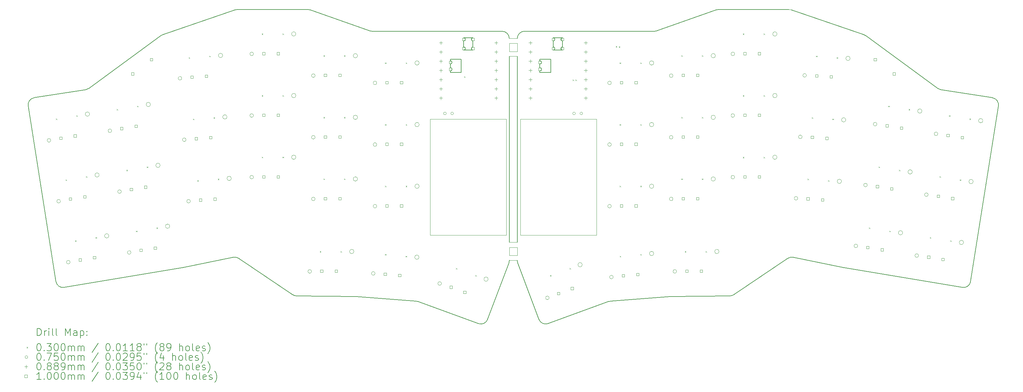
<source format=gbr>
%TF.GenerationSoftware,KiCad,Pcbnew,8.0.6*%
%TF.CreationDate,2025-07-19T13:46:17+02:00*%
%TF.ProjectId,combined,636f6d62-696e-4656-942e-6b696361645f,v1.0.0*%
%TF.SameCoordinates,Original*%
%TF.FileFunction,Drillmap*%
%TF.FilePolarity,Positive*%
%FSLAX45Y45*%
G04 Gerber Fmt 4.5, Leading zero omitted, Abs format (unit mm)*
G04 Created by KiCad (PCBNEW 8.0.6) date 2025-07-19 13:46:17*
%MOMM*%
%LPD*%
G01*
G04 APERTURE LIST*
%ADD10C,0.050000*%
%ADD11C,0.150000*%
%ADD12C,0.100000*%
%ADD13C,0.200000*%
G04 APERTURE END LIST*
D10*
X21744968Y-9995425D02*
X21964969Y-9995425D01*
D11*
X12187997Y-3905199D02*
X14189261Y-3221174D01*
X12134247Y-3933289D02*
G75*
G02*
X12187997Y-3905198I118513J-161301D01*
G01*
X10163063Y-5381898D02*
G75*
G02*
X10075913Y-5418276I-118463J161218D01*
G01*
X17954969Y-3810425D02*
X21544792Y-3810425D01*
X14138683Y-10046944D02*
G75*
G02*
X14290064Y-10077238I39487J-196056D01*
G01*
D10*
X21744968Y-9770425D02*
X21964968Y-9770425D01*
D11*
X27456745Y-3221909D02*
X25821356Y-3799104D01*
X10163063Y-5381898D02*
X12134247Y-3933289D01*
X33633847Y-5418356D02*
G75*
G02*
X33546699Y-5381979I31243J197426D01*
G01*
D10*
X21744968Y-9770425D02*
X21744968Y-9995425D01*
D11*
X16186451Y-3210425D02*
G75*
G02*
X16253016Y-3221828I-12J-200055D01*
G01*
X24537590Y-11256029D02*
X26187122Y-11126116D01*
X9473032Y-10877911D02*
G75*
G02*
X9242359Y-10711963I-33132J197241D01*
G01*
D10*
X21744792Y-4010342D02*
X21964969Y-4010425D01*
D11*
X21975250Y-10197696D02*
G75*
G02*
X21962459Y-10127236I187040J70346D01*
G01*
D10*
X24150590Y-6233177D02*
X24150590Y-9433177D01*
X22050589Y-9433177D01*
X22050589Y-6233177D01*
X24150590Y-6233177D01*
D11*
X21544792Y-3810425D02*
G75*
G02*
X21744795Y-4010342I8J-199995D01*
G01*
X21148326Y-11756875D02*
G75*
G02*
X20892714Y-11874434I-187206J70375D01*
G01*
X19172170Y-11255947D02*
G75*
G02*
X19224871Y-11267389I-15730J-199533D01*
G01*
D10*
X21744968Y-4370425D02*
X21964968Y-4370425D01*
X21744968Y-4500425D02*
X21964968Y-4500425D01*
D11*
X16253016Y-3221827D02*
X17888405Y-3799022D01*
X17954969Y-3810425D02*
G75*
G02*
X17888405Y-3799022I-9J199935D01*
G01*
X31521762Y-3905280D02*
G75*
G02*
X31575512Y-3933372I-64692J-189250D01*
G01*
X27938957Y-11076819D02*
G75*
G02*
X27828840Y-11111042I-111907J165809D01*
G01*
D10*
X21747302Y-10127154D02*
X21962459Y-10127236D01*
X21744968Y-4145425D02*
X21964968Y-4145425D01*
D11*
X29571077Y-10047026D02*
X30978688Y-10330508D01*
X34467402Y-10712043D02*
X35233637Y-5874232D01*
X26201048Y-11125507D02*
X27828840Y-11111042D01*
X21964968Y-4500425D02*
X21964968Y-9630425D01*
X22164969Y-3810506D02*
X25754792Y-3810507D01*
X29455814Y-3210507D02*
X27523308Y-3210507D01*
X12724724Y-10331598D02*
X9473032Y-10877911D01*
X22817046Y-11874517D02*
G75*
G02*
X22561432Y-11756958I-68406J187937D01*
G01*
X8642374Y-5645325D02*
X10075913Y-5418275D01*
X19172170Y-11255947D02*
X17522639Y-11126034D01*
X21734509Y-10197614D02*
X21148326Y-11756875D01*
X8476124Y-5874150D02*
G75*
G02*
X8642375Y-5645326I197547J31280D01*
G01*
X27938957Y-11076819D02*
X29419697Y-10077320D01*
X30985036Y-10331680D02*
X34236727Y-10877993D01*
X12731072Y-10330426D02*
G75*
G02*
X12724724Y-10331598I-39522J196166D01*
G01*
X24484889Y-11267472D02*
G75*
G02*
X24537590Y-11256028I68381J-187838D01*
G01*
X27456745Y-3221909D02*
G75*
G02*
X27523308Y-3210509I66555J-188591D01*
G01*
X17508713Y-11125425D02*
G75*
G02*
X17522639Y-11126034I-1743J-199085D01*
G01*
X14189261Y-3221174D02*
G75*
G02*
X14253946Y-3210426I64679J-189226D01*
G01*
X14253946Y-3210425D02*
X16186451Y-3210425D01*
D10*
X21964969Y-9995425D02*
X21964968Y-9770425D01*
D11*
X25821356Y-3799104D02*
G75*
G02*
X25754792Y-3810508I-66576J188644D01*
G01*
X21747302Y-10127154D02*
G75*
G02*
X21734511Y-10197615I-200102J-66D01*
G01*
X35067385Y-5645407D02*
G75*
G02*
X35233641Y-5874232I-31275J-197533D01*
G01*
D10*
X29455814Y-3210507D02*
G75*
G02*
X29520252Y-3221840I7656J-145333D01*
G01*
D11*
X30985036Y-10331680D02*
G75*
G02*
X30978688Y-10330508I33224J197720D01*
G01*
D10*
X21744968Y-4145425D02*
X21744968Y-4370425D01*
X21964968Y-4145425D02*
X21964968Y-4370425D01*
D11*
X34467402Y-10712043D02*
G75*
G02*
X34236728Y-10877989I-197532J31283D01*
G01*
X22817046Y-11874517D02*
X24484888Y-11267472D01*
X20892714Y-11874436D02*
X19224871Y-11267390D01*
X21964969Y-4010425D02*
G75*
G02*
X22164969Y-3810498I199992J-65D01*
G01*
X31521762Y-3905280D02*
X29520500Y-3221256D01*
X29419697Y-10077320D02*
G75*
G02*
X29571077Y-10047026I111893J-165760D01*
G01*
X21744968Y-4500425D02*
X21744968Y-9630425D01*
X9242358Y-10711963D02*
X8476124Y-5874150D01*
X15880921Y-11110960D02*
G75*
G02*
X15770805Y-11076735I1779J199980D01*
G01*
D10*
X21660014Y-6232669D02*
X21660014Y-9432669D01*
X19560014Y-9432669D01*
X19560014Y-6232669D01*
X21660014Y-6232669D01*
D11*
X15770803Y-11076737D02*
X14290063Y-10077238D01*
D10*
X21744968Y-9630425D02*
X21964968Y-9630425D01*
D11*
X35067385Y-5645407D02*
X33633847Y-5418356D01*
X14138683Y-10046944D02*
X12731072Y-10330426D01*
X26187122Y-11126116D02*
G75*
G02*
X26201048Y-11125506I15708J-199564D01*
G01*
X33546698Y-5381980D02*
X31575512Y-3933370D01*
X21975250Y-10197696D02*
X22561435Y-11756958D01*
X17508713Y-11125425D02*
X15880921Y-11110960D01*
D12*
X31617735Y-8052578D02*
G75*
G02*
X31517735Y-8052578I-50000J0D01*
G01*
X31517735Y-8052578D02*
G75*
G02*
X31617735Y-8052578I50000J0D01*
G01*
X32859492Y-7690813D02*
G75*
G02*
X32739493Y-7690813I-60000J0D01*
G01*
X32739493Y-7690813D02*
G75*
G02*
X32859492Y-7690813I60000J0D01*
G01*
X33030867Y-9997586D02*
G75*
G02*
X32930867Y-9997586I-50000J0D01*
G01*
X32930867Y-9997586D02*
G75*
G02*
X33030867Y-9997586I50000J0D01*
G01*
X34272624Y-9635821D02*
G75*
G02*
X34152624Y-9635821I-60000J0D01*
G01*
X34152624Y-9635821D02*
G75*
G02*
X34272624Y-9635821I60000J0D01*
G01*
X22844884Y-11164265D02*
G75*
G02*
X22744883Y-11164265I-50000J0D01*
G01*
X22744883Y-11164265D02*
G75*
G02*
X22844884Y-11164265I50000J0D01*
G01*
X23756816Y-10250691D02*
G75*
G02*
X23636816Y-10250691I-60000J0D01*
G01*
X23636816Y-10250691D02*
G75*
G02*
X23756816Y-10250691I60000J0D01*
G01*
X9367235Y-8499898D02*
G75*
G02*
X9267237Y-8499898I-49999J0D01*
G01*
X9267237Y-8499898D02*
G75*
G02*
X9367235Y-8499898I49999J0D01*
G01*
X10436916Y-7775205D02*
G75*
G02*
X10316915Y-7775205I-60000J0D01*
G01*
X10316915Y-7775205D02*
G75*
G02*
X10436916Y-7775205I60000J0D01*
G01*
X27959050Y-7835507D02*
G75*
G02*
X27859050Y-7835507I-50000J0D01*
G01*
X27859050Y-7835507D02*
G75*
G02*
X27959050Y-7835507I50000J0D01*
G01*
X29129050Y-7285506D02*
G75*
G02*
X29009050Y-7285506I-60000J0D01*
G01*
X29009050Y-7285506D02*
G75*
G02*
X29129050Y-7285506I60000J0D01*
G01*
X16390710Y-6735425D02*
G75*
G02*
X16290710Y-6735425I-50000J0D01*
G01*
X16290710Y-6735425D02*
G75*
G02*
X16390710Y-6735425I50000J0D01*
G01*
X17560710Y-6185425D02*
G75*
G02*
X17440710Y-6185425I-60000J0D01*
G01*
X17440710Y-6185425D02*
G75*
G02*
X17560710Y-6185425I60000J0D01*
G01*
X31883673Y-6373507D02*
G75*
G02*
X31783673Y-6373507I-50000J0D01*
G01*
X31783673Y-6373507D02*
G75*
G02*
X31883673Y-6373507I50000J0D01*
G01*
X33125430Y-6011741D02*
G75*
G02*
X33005431Y-6011741I-60000J0D01*
G01*
X33005431Y-6011741D02*
G75*
G02*
X33125430Y-6011741I60000J0D01*
G01*
X16290711Y-10435425D02*
G75*
G02*
X16190711Y-10435425I-50000J0D01*
G01*
X16190711Y-10435425D02*
G75*
G02*
X16290711Y-10435425I50000J0D01*
G01*
X17460710Y-9885424D02*
G75*
G02*
X17340710Y-9885424I-60000J0D01*
G01*
X17340710Y-9885424D02*
G75*
G02*
X17460710Y-9885424I60000J0D01*
G01*
X26259050Y-6735507D02*
G75*
G02*
X26159050Y-6735507I-50000J0D01*
G01*
X26159050Y-6735507D02*
G75*
G02*
X26259050Y-6735507I50000J0D01*
G01*
X27429050Y-6185506D02*
G75*
G02*
X27309050Y-6185506I-60000J0D01*
G01*
X27309050Y-6185506D02*
G75*
G02*
X27429050Y-6185506I60000J0D01*
G01*
X29702017Y-8418722D02*
G75*
G02*
X29602017Y-8418722I-50000J0D01*
G01*
X29602017Y-8418722D02*
G75*
G02*
X29702017Y-8418722I50000J0D01*
G01*
X30907557Y-7950979D02*
G75*
G02*
X30787556Y-7950979I-60000J0D01*
G01*
X30787556Y-7950979D02*
G75*
G02*
X30907557Y-7950979I60000J0D01*
G01*
X14690710Y-7835425D02*
G75*
G02*
X14590710Y-7835425I-50000J0D01*
G01*
X14590710Y-7835425D02*
G75*
G02*
X14690710Y-7835425I50000J0D01*
G01*
X15860710Y-7285424D02*
G75*
G02*
X15740710Y-7285424I-60000J0D01*
G01*
X15740710Y-7285424D02*
G75*
G02*
X15860710Y-7285424I60000J0D01*
G01*
X16390711Y-5035425D02*
G75*
G02*
X16290711Y-5035425I-50000J0D01*
G01*
X16290711Y-5035425D02*
G75*
G02*
X16390711Y-5035425I50000J0D01*
G01*
X17560711Y-4485425D02*
G75*
G02*
X17440710Y-4485425I-60000J0D01*
G01*
X17440710Y-4485425D02*
G75*
G02*
X17560711Y-4485425I60000J0D01*
G01*
X18090710Y-5235424D02*
G75*
G02*
X17990710Y-5235424I-50000J0D01*
G01*
X17990710Y-5235424D02*
G75*
G02*
X18090710Y-5235424I50000J0D01*
G01*
X19260710Y-4685423D02*
G75*
G02*
X19140709Y-4685423I-60000J0D01*
G01*
X19140709Y-4685423D02*
G75*
G02*
X19260710Y-4685423I60000J0D01*
G01*
X19874833Y-10767439D02*
G75*
G02*
X19774833Y-10767439I-50000J0D01*
G01*
X19774833Y-10767439D02*
G75*
G02*
X19874833Y-10767439I50000J0D01*
G01*
X21162987Y-10647352D02*
G75*
G02*
X21042987Y-10647352I-60000J0D01*
G01*
X21042987Y-10647352D02*
G75*
G02*
X21162987Y-10647352I60000J0D01*
G01*
X33296805Y-8318516D02*
G75*
G02*
X33196805Y-8318516I-50000J0D01*
G01*
X33196805Y-8318516D02*
G75*
G02*
X33296805Y-8318516I50000J0D01*
G01*
X34538562Y-7956751D02*
G75*
G02*
X34418562Y-7956751I-60000J0D01*
G01*
X34418562Y-7956751D02*
G75*
G02*
X34538562Y-7956751I60000J0D01*
G01*
X33562744Y-6639446D02*
G75*
G02*
X33462744Y-6639446I-50000J0D01*
G01*
X33462744Y-6639446D02*
G75*
G02*
X33562744Y-6639446I50000J0D01*
G01*
X34804501Y-6277680D02*
G75*
G02*
X34684501Y-6277680I-60000J0D01*
G01*
X34684501Y-6277680D02*
G75*
G02*
X34804501Y-6277680I60000J0D01*
G01*
X12831983Y-6803699D02*
G75*
G02*
X12731982Y-6803699I-50000J0D01*
G01*
X12731982Y-6803699D02*
G75*
G02*
X12831983Y-6803699I50000J0D01*
G01*
X13960791Y-6174120D02*
G75*
G02*
X13840791Y-6174120I-60000J0D01*
G01*
X13840791Y-6174120D02*
G75*
G02*
X13960791Y-6174120I60000J0D01*
G01*
X9633175Y-10178968D02*
G75*
G02*
X9533176Y-10178968I-49999J0D01*
G01*
X9533176Y-10178968D02*
G75*
G02*
X9633175Y-10178968I49999J0D01*
G01*
X10702855Y-9454276D02*
G75*
G02*
X10582855Y-9454276I-60000J0D01*
G01*
X10582855Y-9454276D02*
G75*
G02*
X10702855Y-9454276I60000J0D01*
G01*
X31351797Y-9731648D02*
G75*
G02*
X31251797Y-9731648I-50000J0D01*
G01*
X31251797Y-9731648D02*
G75*
G02*
X31351797Y-9731648I50000J0D01*
G01*
X32593554Y-9369883D02*
G75*
G02*
X32473554Y-9369883I-60000J0D01*
G01*
X32473554Y-9369883D02*
G75*
G02*
X32593554Y-9369883I60000J0D01*
G01*
X27959051Y-6135507D02*
G75*
G02*
X27859051Y-6135507I-50000J0D01*
G01*
X27859051Y-6135507D02*
G75*
G02*
X27959051Y-6135507I50000J0D01*
G01*
X29129051Y-5585507D02*
G75*
G02*
X29009050Y-5585507I-60000J0D01*
G01*
X29009050Y-5585507D02*
G75*
G02*
X29129051Y-5585507I60000J0D01*
G01*
X26359050Y-10435507D02*
G75*
G02*
X26259050Y-10435507I-50000J0D01*
G01*
X26259050Y-10435507D02*
G75*
G02*
X26359050Y-10435507I50000J0D01*
G01*
X27529050Y-9885507D02*
G75*
G02*
X27409050Y-9885507I-60000J0D01*
G01*
X27409050Y-9885507D02*
G75*
G02*
X27529050Y-9885507I60000J0D01*
G01*
X24559050Y-5235507D02*
G75*
G02*
X24459050Y-5235507I-50000J0D01*
G01*
X24459050Y-5235507D02*
G75*
G02*
X24559050Y-5235507I50000J0D01*
G01*
X25729049Y-4685507D02*
G75*
G02*
X25609049Y-4685507I-60000J0D01*
G01*
X25609049Y-4685507D02*
G75*
G02*
X25729049Y-4685507I60000J0D01*
G01*
X12950569Y-8499557D02*
G75*
G02*
X12850568Y-8499557I-50000J0D01*
G01*
X12850568Y-8499557D02*
G75*
G02*
X12950569Y-8499557I50000J0D01*
G01*
X14079377Y-7869979D02*
G75*
G02*
X13959377Y-7869979I-60000J0D01*
G01*
X13959377Y-7869979D02*
G75*
G02*
X14079377Y-7869979I60000J0D01*
G01*
X18090711Y-6935425D02*
G75*
G02*
X17990711Y-6935425I-50000J0D01*
G01*
X17990711Y-6935425D02*
G75*
G02*
X18090711Y-6935425I50000J0D01*
G01*
X19260710Y-6385425D02*
G75*
G02*
X19140710Y-6385425I-60000J0D01*
G01*
X19140710Y-6385425D02*
G75*
G02*
X19260710Y-6385425I60000J0D01*
G01*
X14690710Y-6135424D02*
G75*
G02*
X14590710Y-6135424I-50000J0D01*
G01*
X14590710Y-6135424D02*
G75*
G02*
X14690710Y-6135424I50000J0D01*
G01*
X15860709Y-5585424D02*
G75*
G02*
X15740709Y-5585424I-60000J0D01*
G01*
X15740709Y-5585424D02*
G75*
G02*
X15860709Y-5585424I60000J0D01*
G01*
X11312245Y-9913029D02*
G75*
G02*
X11212246Y-9913029I-49999J0D01*
G01*
X11212246Y-9913029D02*
G75*
G02*
X11312245Y-9913029I49999J0D01*
G01*
X12381925Y-9188337D02*
G75*
G02*
X12261924Y-9188337I-60000J0D01*
G01*
X12261924Y-9188337D02*
G75*
G02*
X12381925Y-9188337I60000J0D01*
G01*
D11*
X20120709Y-4950425D02*
X20120709Y-4904076D01*
X20120710Y-4623575D02*
X20120710Y-4580425D01*
X20120710Y-4814075D02*
X20120710Y-4713576D01*
X20120710Y-4580425D02*
X20420710Y-4580425D01*
X20420710Y-4950425D02*
X20120709Y-4950425D01*
X20420710Y-4580425D02*
X20420710Y-4950425D01*
X20488210Y-3988575D02*
X20742210Y-3988576D01*
X20488210Y-4242575D02*
X20488210Y-4078575D01*
X20742210Y-4332575D02*
X20488210Y-4332575D01*
X20742210Y-4078576D02*
X20742210Y-4242575D01*
X20120710Y-4623575D02*
G75*
G02*
X20120710Y-4713576I0J-45000D01*
G01*
X20120710Y-4814075D02*
G75*
G02*
X20120709Y-4904076I-2J-45001D01*
G01*
X20488210Y-3988575D02*
G75*
G02*
X20488210Y-4078575I0J-45000D01*
G01*
X20488210Y-4242575D02*
G75*
G02*
X20488210Y-4332575I0J-45000D01*
G01*
X20742210Y-4332575D02*
G75*
G02*
X20742210Y-4242575I-1J45000D01*
G01*
X20742210Y-4078576D02*
G75*
G02*
X20742210Y-3988576I0J45000D01*
G01*
D12*
X29939189Y-5027005D02*
G75*
G02*
X29839189Y-5027005I-50000J0D01*
G01*
X29839189Y-5027005D02*
G75*
G02*
X29939189Y-5027005I50000J0D01*
G01*
X31144730Y-4559262D02*
G75*
G02*
X31024729Y-4559262I-60000J0D01*
G01*
X31024729Y-4559262D02*
G75*
G02*
X31144730Y-4559262I60000J0D01*
G01*
X24559050Y-8635506D02*
G75*
G02*
X24459050Y-8635506I-50000J0D01*
G01*
X24459050Y-8635506D02*
G75*
G02*
X24559050Y-8635506I50000J0D01*
G01*
X25729050Y-8085506D02*
G75*
G02*
X25609049Y-8085506I-60000J0D01*
G01*
X25609049Y-8085506D02*
G75*
G02*
X25729050Y-8085506I60000J0D01*
G01*
X16390710Y-8435425D02*
G75*
G02*
X16290710Y-8435425I-50000J0D01*
G01*
X16290710Y-8435425D02*
G75*
G02*
X16390710Y-8435425I50000J0D01*
G01*
X17560709Y-7885424D02*
G75*
G02*
X17440709Y-7885424I-60000J0D01*
G01*
X17440709Y-7885424D02*
G75*
G02*
X17560709Y-7885424I60000J0D01*
G01*
X18042918Y-10489660D02*
G75*
G02*
X17942918Y-10489660I-50000J0D01*
G01*
X17942918Y-10489660D02*
G75*
G02*
X18042918Y-10489660I50000J0D01*
G01*
X19256439Y-10042853D02*
G75*
G02*
X19136439Y-10042853I-60000J0D01*
G01*
X19136439Y-10042853D02*
G75*
G02*
X19256439Y-10042853I60000J0D01*
G01*
X14690710Y-4435426D02*
G75*
G02*
X14590710Y-4435426I-50000J0D01*
G01*
X14590710Y-4435426D02*
G75*
G02*
X14690710Y-4435426I50000J0D01*
G01*
X15860710Y-3885425D02*
G75*
G02*
X15740710Y-3885425I-60000J0D01*
G01*
X15740710Y-3885425D02*
G75*
G02*
X15860710Y-3885425I60000J0D01*
G01*
X29820603Y-6722863D02*
G75*
G02*
X29720603Y-6722863I-50000J0D01*
G01*
X29720603Y-6722863D02*
G75*
G02*
X29820603Y-6722863I50000J0D01*
G01*
X31026144Y-6255120D02*
G75*
G02*
X30906143Y-6255120I-60000J0D01*
G01*
X30906143Y-6255120D02*
G75*
G02*
X31026144Y-6255120I60000J0D01*
G01*
X12713397Y-5107840D02*
G75*
G02*
X12613397Y-5107840I-50000J0D01*
G01*
X12613397Y-5107840D02*
G75*
G02*
X12713397Y-5107840I50000J0D01*
G01*
X13842205Y-4478261D02*
G75*
G02*
X13722206Y-4478261I-60000J0D01*
G01*
X13722206Y-4478261D02*
G75*
G02*
X13842205Y-4478261I60000J0D01*
G01*
X10780367Y-6554889D02*
G75*
G02*
X10680368Y-6554889I-49999J0D01*
G01*
X10680368Y-6554889D02*
G75*
G02*
X10780367Y-6554889I49999J0D01*
G01*
X11850047Y-5830197D02*
G75*
G02*
X11730047Y-5830197I-60000J0D01*
G01*
X11730047Y-5830197D02*
G75*
G02*
X11850047Y-5830197I60000J0D01*
G01*
X9101297Y-6820827D02*
G75*
G02*
X9001299Y-6820827I-49999J0D01*
G01*
X9001299Y-6820827D02*
G75*
G02*
X9101297Y-6820827I49999J0D01*
G01*
X10170978Y-6096135D02*
G75*
G02*
X10050977Y-6096135I-60000J0D01*
G01*
X10050977Y-6096135D02*
G75*
G02*
X10170978Y-6096135I60000J0D01*
G01*
D11*
X22589049Y-4580507D02*
X22889050Y-4580506D01*
X22589050Y-4623657D02*
X22589049Y-4580507D01*
X22589050Y-4950506D02*
X22589050Y-4904157D01*
X22589050Y-4814157D02*
X22589050Y-4713657D01*
X22889050Y-4580506D02*
X22889050Y-4950507D01*
X22889050Y-4950507D02*
X22589050Y-4950506D01*
X22956550Y-3988656D02*
X23210550Y-3988657D01*
X22956550Y-4242656D02*
X22956550Y-4078656D01*
X23210550Y-4078657D02*
X23210550Y-4242657D01*
X23210550Y-4332656D02*
X22956549Y-4332656D01*
X22589050Y-4623657D02*
G75*
G02*
X22589050Y-4713657I0J-45000D01*
G01*
X22589050Y-4814157D02*
G75*
G02*
X22589050Y-4904157I-2J-45000D01*
G01*
X22956550Y-3988656D02*
G75*
G02*
X22956550Y-4078656I0J-45000D01*
G01*
X22956550Y-4242656D02*
G75*
G02*
X22956549Y-4332656I-1J-45000D01*
G01*
X23210550Y-4078657D02*
G75*
G02*
X23210550Y-3988657I2J45000D01*
G01*
X23210550Y-4332656D02*
G75*
G02*
X23210550Y-4242657I0J45000D01*
G01*
D12*
X27959050Y-4435507D02*
G75*
G02*
X27859050Y-4435507I-50000J0D01*
G01*
X27859050Y-4435507D02*
G75*
G02*
X27959050Y-4435507I50000J0D01*
G01*
X29129050Y-3885506D02*
G75*
G02*
X29009049Y-3885506I-60000J0D01*
G01*
X29009049Y-3885506D02*
G75*
G02*
X29129050Y-3885506I60000J0D01*
G01*
X26259050Y-5035507D02*
G75*
G02*
X26159050Y-5035507I-50000J0D01*
G01*
X26159050Y-5035507D02*
G75*
G02*
X26259050Y-5035507I50000J0D01*
G01*
X27429050Y-4485506D02*
G75*
G02*
X27309050Y-4485506I-60000J0D01*
G01*
X27309050Y-4485506D02*
G75*
G02*
X27429050Y-4485506I60000J0D01*
G01*
X24559051Y-6935507D02*
G75*
G02*
X24459051Y-6935507I-50000J0D01*
G01*
X24459051Y-6935507D02*
G75*
G02*
X24559051Y-6935507I50000J0D01*
G01*
X25729050Y-6385506D02*
G75*
G02*
X25609050Y-6385506I-60000J0D01*
G01*
X25609050Y-6385506D02*
G75*
G02*
X25729050Y-6385506I60000J0D01*
G01*
X26259051Y-8435507D02*
G75*
G02*
X26159051Y-8435507I-50000J0D01*
G01*
X26159051Y-8435507D02*
G75*
G02*
X26259051Y-8435507I50000J0D01*
G01*
X27429050Y-7885506D02*
G75*
G02*
X27309050Y-7885506I-60000J0D01*
G01*
X27309050Y-7885506D02*
G75*
G02*
X27429050Y-7885506I60000J0D01*
G01*
X11046305Y-8233959D02*
G75*
G02*
X10946307Y-8233959I-49999J0D01*
G01*
X10946307Y-8233959D02*
G75*
G02*
X11046305Y-8233959I49999J0D01*
G01*
X12115986Y-7509266D02*
G75*
G02*
X11995985Y-7509266I-60000J0D01*
G01*
X11995985Y-7509266D02*
G75*
G02*
X12115986Y-7509266I60000J0D01*
G01*
X18090710Y-8635425D02*
G75*
G02*
X17990710Y-8635425I-50000J0D01*
G01*
X17990710Y-8635425D02*
G75*
G02*
X18090710Y-8635425I50000J0D01*
G01*
X19260710Y-8085424D02*
G75*
G02*
X19140709Y-8085424I-60000J0D01*
G01*
X19140709Y-8085424D02*
G75*
G02*
X19260710Y-8085424I60000J0D01*
G01*
X24611256Y-10590844D02*
G75*
G02*
X24511256Y-10590844I-50000J0D01*
G01*
X24511256Y-10590844D02*
G75*
G02*
X24611256Y-10590844I50000J0D01*
G01*
X25728906Y-9941835D02*
G75*
G02*
X25608906Y-9941835I-60000J0D01*
G01*
X25608906Y-9941835D02*
G75*
G02*
X25728906Y-9941835I60000J0D01*
G01*
D13*
D12*
X9242409Y-6221389D02*
X9272409Y-6251389D01*
X9272409Y-6221389D02*
X9242409Y-6251389D01*
X9508348Y-7900460D02*
X9538348Y-7930460D01*
X9538348Y-7900460D02*
X9508348Y-7930460D01*
X9774286Y-9579530D02*
X9804286Y-9609530D01*
X9804286Y-9579530D02*
X9774286Y-9609530D01*
X9805392Y-6132221D02*
X9835392Y-6162221D01*
X9835392Y-6132221D02*
X9805392Y-6162221D01*
X10071330Y-7811292D02*
X10101330Y-7841292D01*
X10101330Y-7811292D02*
X10071330Y-7841292D01*
X10337269Y-9490363D02*
X10367269Y-9520363D01*
X10367269Y-9490363D02*
X10337269Y-9520363D01*
X10921479Y-5955451D02*
X10951479Y-5985451D01*
X10951479Y-5955451D02*
X10921479Y-5985451D01*
X11187418Y-7634521D02*
X11217418Y-7664521D01*
X11217418Y-7634521D02*
X11187418Y-7664521D01*
X11453356Y-9313591D02*
X11483356Y-9343591D01*
X11483356Y-9313591D02*
X11453356Y-9343591D01*
X11484462Y-5866284D02*
X11514462Y-5896284D01*
X11514462Y-5866284D02*
X11484462Y-5896284D01*
X11750400Y-7545353D02*
X11780400Y-7575353D01*
X11780400Y-7545353D02*
X11750400Y-7575353D01*
X12016339Y-9224424D02*
X12046339Y-9254424D01*
X12046339Y-9224424D02*
X12016339Y-9254424D01*
X12904661Y-4528589D02*
X12934661Y-4558589D01*
X12934661Y-4528589D02*
X12904661Y-4558589D01*
X13023247Y-6224448D02*
X13053247Y-6254448D01*
X13053247Y-6224448D02*
X13023247Y-6254448D01*
X13141833Y-7920307D02*
X13171833Y-7950307D01*
X13171833Y-7920307D02*
X13141833Y-7950307D01*
X13473272Y-4488827D02*
X13503272Y-4518827D01*
X13503272Y-4488827D02*
X13473272Y-4518827D01*
X13591859Y-6184687D02*
X13621859Y-6214687D01*
X13621859Y-6184687D02*
X13591859Y-6214687D01*
X13710444Y-7880545D02*
X13740444Y-7910545D01*
X13740444Y-7880545D02*
X13710444Y-7910545D01*
X14920709Y-5575425D02*
X14950709Y-5605425D01*
X14950709Y-5575425D02*
X14920709Y-5605425D01*
X14920710Y-3875425D02*
X14950710Y-3905425D01*
X14950710Y-3875425D02*
X14920710Y-3905425D01*
X14920710Y-7275425D02*
X14950710Y-7305425D01*
X14950710Y-7275425D02*
X14920710Y-7305425D01*
X15490710Y-3875425D02*
X15520710Y-3905425D01*
X15520710Y-3875425D02*
X15490710Y-3905425D01*
X15490710Y-5575425D02*
X15520710Y-5605425D01*
X15520710Y-5575425D02*
X15490710Y-5605425D01*
X15490710Y-7275425D02*
X15520710Y-7305425D01*
X15520710Y-7275425D02*
X15490710Y-7305425D01*
X16520710Y-9875424D02*
X16550710Y-9905424D01*
X16550710Y-9875424D02*
X16520710Y-9905424D01*
X16620709Y-4475424D02*
X16650709Y-4505424D01*
X16650709Y-4475424D02*
X16620709Y-4505424D01*
X16620709Y-7875424D02*
X16650709Y-7905424D01*
X16650709Y-7875424D02*
X16620709Y-7905424D01*
X16620710Y-6175425D02*
X16650710Y-6205425D01*
X16650710Y-6175425D02*
X16620710Y-6205425D01*
X17090710Y-9875425D02*
X17120710Y-9905425D01*
X17120710Y-9875425D02*
X17090710Y-9905425D01*
X17190710Y-4475425D02*
X17220710Y-4505425D01*
X17220710Y-4475425D02*
X17190710Y-4505425D01*
X17190710Y-7875424D02*
X17220710Y-7905424D01*
X17220710Y-7875424D02*
X17190710Y-7905424D01*
X17190711Y-6175425D02*
X17220711Y-6205425D01*
X17220711Y-6175425D02*
X17190711Y-6205425D01*
X18319295Y-9957446D02*
X18349295Y-9987446D01*
X18349295Y-9957446D02*
X18319295Y-9987446D01*
X18320710Y-6375424D02*
X18350710Y-6405424D01*
X18350710Y-6375424D02*
X18320710Y-6405424D01*
X18320710Y-8075424D02*
X18350710Y-8105424D01*
X18350710Y-8075424D02*
X18320710Y-8105424D01*
X18320710Y-4675425D02*
X18350710Y-4705425D01*
X18350710Y-4675425D02*
X18320710Y-4705425D01*
X18887126Y-10007124D02*
X18917126Y-10037124D01*
X18917126Y-10007124D02*
X18887126Y-10037124D01*
X18890710Y-4675425D02*
X18920710Y-4705425D01*
X18920710Y-4675425D02*
X18890710Y-4705425D01*
X18890710Y-8075425D02*
X18920710Y-8105425D01*
X18920710Y-8075425D02*
X18890710Y-8105425D01*
X18890710Y-6375425D02*
X18920710Y-6405425D01*
X18920710Y-6375425D02*
X18890710Y-6405425D01*
X20273445Y-10341203D02*
X20303445Y-10371203D01*
X20303445Y-10341203D02*
X20273445Y-10371203D01*
X20500013Y-5055169D02*
X20530013Y-5085169D01*
X20530013Y-5055169D02*
X20500013Y-5085169D01*
X20809069Y-10536154D02*
X20839069Y-10566154D01*
X20839069Y-10536154D02*
X20809069Y-10566154D01*
X22870691Y-10536236D02*
X22900691Y-10566236D01*
X22900691Y-10536236D02*
X22870691Y-10566236D01*
X23406316Y-10341285D02*
X23436316Y-10371285D01*
X23436316Y-10341285D02*
X23406316Y-10371285D01*
X23490589Y-5143177D02*
X23520589Y-5173177D01*
X23520589Y-5143177D02*
X23490589Y-5173177D01*
X23570589Y-5143177D02*
X23600589Y-5173177D01*
X23600589Y-5143177D02*
X23570589Y-5173177D01*
X24680590Y-4223176D02*
X24710590Y-4253176D01*
X24710590Y-4223176D02*
X24680590Y-4253176D01*
X24765589Y-4228177D02*
X24795589Y-4258177D01*
X24795589Y-4228177D02*
X24765589Y-4258177D01*
X24789050Y-8075507D02*
X24819050Y-8105507D01*
X24819050Y-8075507D02*
X24789050Y-8105507D01*
X24789050Y-6375507D02*
X24819050Y-6405507D01*
X24819050Y-6375507D02*
X24789050Y-6405507D01*
X24789051Y-4675507D02*
X24819051Y-4705507D01*
X24819051Y-4675507D02*
X24789051Y-4705507D01*
X24792634Y-10007207D02*
X24822634Y-10037207D01*
X24822634Y-10007207D02*
X24792634Y-10037207D01*
X25359050Y-8075507D02*
X25389050Y-8105507D01*
X25389050Y-8075507D02*
X25359050Y-8105507D01*
X25359050Y-4675507D02*
X25389050Y-4705507D01*
X25389050Y-4675507D02*
X25359050Y-4705507D01*
X25359050Y-6375506D02*
X25389050Y-6405506D01*
X25389050Y-6375506D02*
X25359050Y-6405506D01*
X25360464Y-9957527D02*
X25390464Y-9987527D01*
X25390464Y-9957527D02*
X25360464Y-9987527D01*
X26489049Y-4475507D02*
X26519049Y-4505507D01*
X26519049Y-4475507D02*
X26489049Y-4505507D01*
X26489050Y-7875507D02*
X26519050Y-7905507D01*
X26519050Y-7875507D02*
X26489050Y-7905507D01*
X26489051Y-6175507D02*
X26519051Y-6205507D01*
X26519051Y-6175507D02*
X26489051Y-6205507D01*
X26589050Y-9875507D02*
X26619050Y-9905507D01*
X26619050Y-9875507D02*
X26589050Y-9905507D01*
X27059050Y-7875507D02*
X27089050Y-7905507D01*
X27089050Y-7875507D02*
X27059050Y-7905507D01*
X27059050Y-6175506D02*
X27089050Y-6205506D01*
X27089050Y-6175506D02*
X27059050Y-6205506D01*
X27059051Y-4475506D02*
X27089051Y-4505506D01*
X27089051Y-4475506D02*
X27059051Y-4505506D01*
X27159050Y-9875507D02*
X27189050Y-9905507D01*
X27189050Y-9875507D02*
X27159050Y-9905507D01*
X28189050Y-5575506D02*
X28219050Y-5605506D01*
X28219050Y-5575506D02*
X28189050Y-5605506D01*
X28189050Y-3875506D02*
X28219050Y-3905506D01*
X28219050Y-3875506D02*
X28189050Y-3905506D01*
X28189051Y-7275507D02*
X28219051Y-7305507D01*
X28219051Y-7275507D02*
X28189051Y-7305507D01*
X28759050Y-5575506D02*
X28789050Y-5605506D01*
X28789050Y-5575506D02*
X28759050Y-5605506D01*
X28759050Y-3875507D02*
X28789050Y-3905507D01*
X28789050Y-3875507D02*
X28759050Y-3905507D01*
X28759050Y-7275506D02*
X28789050Y-7305506D01*
X28789050Y-7275506D02*
X28759050Y-7305506D01*
X29969316Y-7880627D02*
X29999316Y-7910627D01*
X29999316Y-7880627D02*
X29969316Y-7910627D01*
X30087902Y-6184769D02*
X30117902Y-6214769D01*
X30117902Y-6184769D02*
X30087902Y-6214769D01*
X30206488Y-4488910D02*
X30236488Y-4518910D01*
X30236488Y-4488910D02*
X30206488Y-4518910D01*
X30537927Y-7920389D02*
X30567927Y-7950389D01*
X30567927Y-7920389D02*
X30537927Y-7950389D01*
X30656513Y-6224529D02*
X30686513Y-6254529D01*
X30686513Y-6224529D02*
X30656513Y-6254529D01*
X30775100Y-4528671D02*
X30805100Y-4558671D01*
X30805100Y-4528671D02*
X30775100Y-4558671D01*
X31663422Y-9224505D02*
X31693422Y-9254505D01*
X31693422Y-9224505D02*
X31663422Y-9254505D01*
X31929360Y-7545436D02*
X31959360Y-7575436D01*
X31959360Y-7545436D02*
X31929360Y-7575436D01*
X32195299Y-5866365D02*
X32225299Y-5896365D01*
X32225299Y-5866365D02*
X32195299Y-5896365D01*
X32226404Y-9313674D02*
X32256404Y-9343674D01*
X32256404Y-9313674D02*
X32226404Y-9343674D01*
X32492343Y-7634603D02*
X32522343Y-7664603D01*
X32522343Y-7634603D02*
X32492343Y-7664603D01*
X32758280Y-5955534D02*
X32788280Y-5985534D01*
X32788280Y-5955534D02*
X32758280Y-5985534D01*
X33342492Y-9490444D02*
X33372492Y-9520444D01*
X33372492Y-9490444D02*
X33342492Y-9520444D01*
X33608430Y-7811374D02*
X33638430Y-7841374D01*
X33638430Y-7811374D02*
X33608430Y-7841374D01*
X33874369Y-6132304D02*
X33904369Y-6162304D01*
X33904369Y-6132304D02*
X33874369Y-6162304D01*
X33905474Y-9579612D02*
X33935474Y-9609612D01*
X33935474Y-9579612D02*
X33905474Y-9609612D01*
X34171412Y-7900541D02*
X34201412Y-7930541D01*
X34201412Y-7900541D02*
X34171412Y-7930541D01*
X34437351Y-6221472D02*
X34467351Y-6251472D01*
X34467351Y-6221472D02*
X34437351Y-6251472D01*
X20007514Y-6077669D02*
G75*
G02*
X19932514Y-6077669I-37500J0D01*
G01*
X19932514Y-6077669D02*
G75*
G02*
X20007514Y-6077669I37500J0D01*
G01*
X20207513Y-6077669D02*
G75*
G02*
X20132513Y-6077669I-37500J0D01*
G01*
X20132513Y-6077669D02*
G75*
G02*
X20207513Y-6077669I37500J0D01*
G01*
X23567500Y-6077501D02*
G75*
G02*
X23492500Y-6077501I-37500J0D01*
G01*
X23492500Y-6077501D02*
G75*
G02*
X23567500Y-6077501I37500J0D01*
G01*
X23767500Y-6077499D02*
G75*
G02*
X23692500Y-6077499I-37500J0D01*
G01*
X23692500Y-6077499D02*
G75*
G02*
X23767500Y-6077499I37500J0D01*
G01*
X19858710Y-4083976D02*
X19858710Y-4172876D01*
X19814260Y-4128426D02*
X19903160Y-4128426D01*
X19858710Y-4591975D02*
X19858710Y-4680875D01*
X19814260Y-4636425D02*
X19903160Y-4636425D01*
X19858710Y-5353975D02*
X19858710Y-5442875D01*
X19814260Y-5398425D02*
X19903160Y-5398425D01*
X19858710Y-4337976D02*
X19858710Y-4426876D01*
X19814260Y-4382426D02*
X19903160Y-4382426D01*
X19858710Y-5099975D02*
X19858710Y-5188875D01*
X19814260Y-5144425D02*
X19903160Y-5144425D01*
X19858710Y-4845975D02*
X19858710Y-4934875D01*
X19814260Y-4890425D02*
X19903160Y-4890425D01*
X19858710Y-5607975D02*
X19858710Y-5696875D01*
X19814260Y-5652425D02*
X19903160Y-5652425D01*
X21382709Y-4083975D02*
X21382709Y-4172875D01*
X21338259Y-4128425D02*
X21427159Y-4128425D01*
X21382709Y-4845975D02*
X21382709Y-4934875D01*
X21338259Y-4890425D02*
X21427159Y-4890425D01*
X21382710Y-4591975D02*
X21382710Y-4680875D01*
X21338260Y-4636425D02*
X21427160Y-4636425D01*
X21382710Y-5353975D02*
X21382710Y-5442875D01*
X21338260Y-5398425D02*
X21427160Y-5398425D01*
X21382710Y-4337975D02*
X21382710Y-4426875D01*
X21338260Y-4382425D02*
X21427160Y-4382425D01*
X21382710Y-5099975D02*
X21382710Y-5188875D01*
X21338260Y-5144425D02*
X21427160Y-5144425D01*
X21382710Y-5607975D02*
X21382710Y-5696875D01*
X21338260Y-5652425D02*
X21427160Y-5652425D01*
X22327050Y-5100056D02*
X22327050Y-5188956D01*
X22282600Y-5144506D02*
X22371500Y-5144506D01*
X22327050Y-5608056D02*
X22327050Y-5696956D01*
X22282600Y-5652506D02*
X22371500Y-5652506D01*
X22327050Y-5354056D02*
X22327050Y-5442956D01*
X22282600Y-5398506D02*
X22371500Y-5398506D01*
X22327050Y-4846057D02*
X22327050Y-4934957D01*
X22282600Y-4890507D02*
X22371500Y-4890507D01*
X22327050Y-4338057D02*
X22327050Y-4426957D01*
X22282600Y-4382507D02*
X22371500Y-4382507D01*
X22327050Y-4084056D02*
X22327050Y-4172956D01*
X22282600Y-4128506D02*
X22371500Y-4128506D01*
X22327051Y-4592056D02*
X22327051Y-4680956D01*
X22282601Y-4636506D02*
X22371500Y-4636506D01*
X23851049Y-5100056D02*
X23851049Y-5188956D01*
X23806599Y-5144506D02*
X23895499Y-5144506D01*
X23851049Y-5608057D02*
X23851049Y-5696957D01*
X23806599Y-5652507D02*
X23895499Y-5652507D01*
X23851050Y-5354056D02*
X23851050Y-5442956D01*
X23806600Y-5398506D02*
X23895500Y-5398506D01*
X23851050Y-4846056D02*
X23851050Y-4934956D01*
X23806600Y-4890506D02*
X23895500Y-4890506D01*
X23851050Y-4338057D02*
X23851050Y-4426957D01*
X23806600Y-4382507D02*
X23895500Y-4382507D01*
X23851050Y-4084057D02*
X23851050Y-4172957D01*
X23806600Y-4128507D02*
X23895500Y-4128507D01*
X23851050Y-4592056D02*
X23851050Y-4680956D01*
X23806600Y-4636506D02*
X23895500Y-4636506D01*
X9411026Y-6794683D02*
X9411026Y-6723971D01*
X9340315Y-6723971D01*
X9340315Y-6794683D01*
X9411026Y-6794683D01*
X9676964Y-8473753D02*
X9676964Y-8403042D01*
X9606253Y-8403042D01*
X9606253Y-8473753D01*
X9676964Y-8473753D01*
X9806102Y-6732109D02*
X9806102Y-6661397D01*
X9735391Y-6661397D01*
X9735391Y-6732109D01*
X9806102Y-6732109D01*
X9942904Y-10152824D02*
X9942904Y-10082112D01*
X9872192Y-10082112D01*
X9872192Y-10152824D01*
X9942904Y-10152824D01*
X10072040Y-8411179D02*
X10072040Y-8340468D01*
X10001329Y-8340468D01*
X10001329Y-8411179D01*
X10072040Y-8411179D01*
X10337980Y-10090250D02*
X10337980Y-10019538D01*
X10267268Y-10019538D01*
X10267268Y-10090250D01*
X10337980Y-10090250D01*
X11090096Y-6528745D02*
X11090096Y-6458033D01*
X11019384Y-6458033D01*
X11019384Y-6528745D01*
X11090096Y-6528745D01*
X11356034Y-8207814D02*
X11356034Y-8137103D01*
X11285323Y-8137103D01*
X11285323Y-8207814D01*
X11356034Y-8207814D01*
X11390931Y-5020696D02*
X11390931Y-4949984D01*
X11320219Y-4949984D01*
X11320219Y-5020696D01*
X11390931Y-5020696D01*
X11485172Y-6466171D02*
X11485172Y-6395459D01*
X11414460Y-6395459D01*
X11414460Y-6466171D01*
X11485172Y-6466171D01*
X11621974Y-9886885D02*
X11621974Y-9816174D01*
X11551262Y-9816174D01*
X11551262Y-9886885D01*
X11621974Y-9886885D01*
X11751110Y-8145240D02*
X11751110Y-8074529D01*
X11680399Y-8074529D01*
X11680399Y-8145240D01*
X11751110Y-8145240D01*
X11910045Y-4629517D02*
X11910045Y-4558805D01*
X11839333Y-4558805D01*
X11839333Y-4629517D01*
X11910045Y-4629517D01*
X12017049Y-9824311D02*
X12017049Y-9753600D01*
X11946338Y-9753600D01*
X11946338Y-9824311D01*
X12017049Y-9824311D01*
X13027251Y-5110200D02*
X13027251Y-5039489D01*
X12956540Y-5039489D01*
X12956540Y-5110200D01*
X13027251Y-5110200D01*
X13145837Y-6806059D02*
X13145837Y-6735348D01*
X13075126Y-6735348D01*
X13075126Y-6806059D01*
X13145837Y-6806059D01*
X13264423Y-8501917D02*
X13264423Y-8431206D01*
X13193712Y-8431206D01*
X13193712Y-8501917D01*
X13264423Y-8501917D01*
X13426277Y-5082297D02*
X13426277Y-5011586D01*
X13355566Y-5011586D01*
X13355566Y-5082297D01*
X13426277Y-5082297D01*
X13544863Y-6778156D02*
X13544863Y-6707445D01*
X13474152Y-6707445D01*
X13474152Y-6778156D01*
X13544863Y-6778156D01*
X13663449Y-8474014D02*
X13663449Y-8403303D01*
X13592738Y-8403303D01*
X13592738Y-8474014D01*
X13663449Y-8474014D01*
X15006065Y-6160780D02*
X15006065Y-6090068D01*
X14935354Y-6090068D01*
X14935354Y-6160780D01*
X15006065Y-6160780D01*
X15006066Y-4460781D02*
X15006066Y-4390069D01*
X14935354Y-4390069D01*
X14935354Y-4460781D01*
X15006066Y-4460781D01*
X15006066Y-7860780D02*
X15006066Y-7790069D01*
X14935354Y-7790069D01*
X14935354Y-7860780D01*
X15006066Y-7860780D01*
X15406065Y-6160780D02*
X15406065Y-6090069D01*
X15335354Y-6090069D01*
X15335354Y-6160780D01*
X15406065Y-6160780D01*
X15406066Y-4460781D02*
X15406066Y-4390070D01*
X15335354Y-4390070D01*
X15335354Y-4460781D01*
X15406066Y-4460781D01*
X15406066Y-7860781D02*
X15406066Y-7790069D01*
X15335354Y-7790069D01*
X15335354Y-7860781D01*
X15406066Y-7860781D01*
X16606066Y-10460780D02*
X16606066Y-10390069D01*
X16535355Y-10390069D01*
X16535355Y-10460780D01*
X16606066Y-10460780D01*
X16706065Y-8460780D02*
X16706065Y-8390069D01*
X16635354Y-8390069D01*
X16635354Y-8460780D01*
X16706065Y-8460780D01*
X16706066Y-6760781D02*
X16706066Y-6690069D01*
X16635354Y-6690069D01*
X16635354Y-6760781D01*
X16706066Y-6760781D01*
X16706066Y-5060781D02*
X16706066Y-4990069D01*
X16635355Y-4990069D01*
X16635355Y-5060781D01*
X16706066Y-5060781D01*
X17006066Y-10460780D02*
X17006066Y-10390069D01*
X16935355Y-10390069D01*
X16935355Y-10460780D01*
X17006066Y-10460780D01*
X17106065Y-8460781D02*
X17106065Y-8390069D01*
X17035354Y-8390069D01*
X17035354Y-8460781D01*
X17106065Y-8460781D01*
X17106066Y-6760781D02*
X17106066Y-6690069D01*
X17035354Y-6690069D01*
X17035354Y-6760781D01*
X17106066Y-6760781D01*
X17106066Y-5060781D02*
X17106066Y-4990070D01*
X17035355Y-4990070D01*
X17035355Y-5060781D01*
X17106066Y-5060781D01*
X18357889Y-10543815D02*
X18357889Y-10473104D01*
X18287178Y-10473104D01*
X18287178Y-10543815D01*
X18357889Y-10543815D01*
X18406065Y-8660780D02*
X18406065Y-8590069D01*
X18335354Y-8590069D01*
X18335354Y-8660780D01*
X18406065Y-8660780D01*
X18406065Y-5260779D02*
X18406065Y-5190068D01*
X18335354Y-5190068D01*
X18335354Y-5260779D01*
X18406065Y-5260779D01*
X18406066Y-6960781D02*
X18406066Y-6890069D01*
X18335355Y-6890069D01*
X18335355Y-6960781D01*
X18406066Y-6960781D01*
X18756368Y-10578678D02*
X18756368Y-10507966D01*
X18685656Y-10507966D01*
X18685656Y-10578678D01*
X18756368Y-10578678D01*
X18806065Y-8660780D02*
X18806065Y-8590069D01*
X18735354Y-8590069D01*
X18735354Y-8660780D01*
X18806065Y-8660780D01*
X18806066Y-5260779D02*
X18806066Y-5190068D01*
X18735354Y-5190068D01*
X18735354Y-5260779D01*
X18806066Y-5260779D01*
X18806066Y-6960781D02*
X18806066Y-6890069D01*
X18735355Y-6890069D01*
X18735355Y-6960781D01*
X18806066Y-6960781D01*
X20156065Y-4703931D02*
X20156065Y-4633220D01*
X20085354Y-4633220D01*
X20085354Y-4703931D01*
X20156065Y-4703931D01*
X20156065Y-4894431D02*
X20156065Y-4823719D01*
X20085354Y-4823719D01*
X20085354Y-4894431D01*
X20156065Y-4894431D01*
X20173707Y-10906265D02*
X20173707Y-10835553D01*
X20102996Y-10835553D01*
X20102996Y-10906265D01*
X20173707Y-10906265D01*
X20523565Y-4322931D02*
X20523565Y-4252220D01*
X20452854Y-4252220D01*
X20452854Y-4322931D01*
X20523565Y-4322931D01*
X20523565Y-4068931D02*
X20523565Y-3998220D01*
X20452854Y-3998220D01*
X20452854Y-4068931D01*
X20523565Y-4068931D01*
X20549584Y-11043073D02*
X20549584Y-10972362D01*
X20478873Y-10972362D01*
X20478873Y-11043073D01*
X20549584Y-11043073D01*
X20777565Y-4322930D02*
X20777565Y-4252219D01*
X20706854Y-4252219D01*
X20706854Y-4322930D01*
X20777565Y-4322930D01*
X20777566Y-4068931D02*
X20777566Y-3998219D01*
X20706854Y-3998219D01*
X20706854Y-4068931D01*
X20777566Y-4068931D01*
X22624405Y-4704012D02*
X22624405Y-4633301D01*
X22553694Y-4633301D01*
X22553694Y-4704012D01*
X22624405Y-4704012D01*
X22624406Y-4894512D02*
X22624406Y-4823800D01*
X22553694Y-4823800D01*
X22553694Y-4894512D01*
X22624406Y-4894512D01*
X22991905Y-4323012D02*
X22991905Y-4252301D01*
X22921194Y-4252301D01*
X22921194Y-4323012D01*
X22991905Y-4323012D01*
X22991906Y-4069012D02*
X22991906Y-3998300D01*
X22921194Y-3998300D01*
X22921194Y-4069012D01*
X22991906Y-4069012D01*
X23136918Y-11077357D02*
X23136918Y-11006645D01*
X23066206Y-11006645D01*
X23066206Y-11077357D01*
X23136918Y-11077357D01*
X23245905Y-4323012D02*
X23245905Y-4252301D01*
X23175194Y-4252301D01*
X23175194Y-4323012D01*
X23245905Y-4323012D01*
X23245906Y-4069012D02*
X23245906Y-3998301D01*
X23175195Y-3998301D01*
X23175195Y-4069012D01*
X23245906Y-4069012D01*
X23512794Y-10940549D02*
X23512794Y-10869837D01*
X23442083Y-10869837D01*
X23442083Y-10940549D01*
X23512794Y-10940549D01*
X24874405Y-5260863D02*
X24874405Y-5190151D01*
X24803694Y-5190151D01*
X24803694Y-5260863D01*
X24874405Y-5260863D01*
X24874406Y-8660862D02*
X24874406Y-8590150D01*
X24803694Y-8590150D01*
X24803694Y-8660862D01*
X24874406Y-8660862D01*
X24874406Y-6960862D02*
X24874406Y-6890151D01*
X24803695Y-6890151D01*
X24803695Y-6960862D01*
X24874406Y-6960862D01*
X24924484Y-10587476D02*
X24924484Y-10516764D01*
X24853773Y-10516764D01*
X24853773Y-10587476D01*
X24924484Y-10587476D01*
X25274405Y-5260863D02*
X25274405Y-5190151D01*
X25203694Y-5190151D01*
X25203694Y-5260863D01*
X25274405Y-5260863D01*
X25274406Y-8660862D02*
X25274406Y-8590150D01*
X25203694Y-8590150D01*
X25203694Y-8660862D01*
X25274406Y-8660862D01*
X25274406Y-6960862D02*
X25274406Y-6890151D01*
X25203695Y-6890151D01*
X25203695Y-6960862D01*
X25274406Y-6960862D01*
X25322963Y-10552613D02*
X25322963Y-10481902D01*
X25252251Y-10481902D01*
X25252251Y-10552613D01*
X25322963Y-10552613D01*
X26574406Y-6760862D02*
X26574406Y-6690150D01*
X26503694Y-6690150D01*
X26503694Y-6760862D01*
X26574406Y-6760862D01*
X26574406Y-5060862D02*
X26574406Y-4990151D01*
X26503695Y-4990151D01*
X26503695Y-5060862D01*
X26574406Y-5060862D01*
X26574406Y-8460862D02*
X26574406Y-8390150D01*
X26503695Y-8390150D01*
X26503695Y-8460862D01*
X26574406Y-8460862D01*
X26674406Y-10460863D02*
X26674406Y-10390151D01*
X26603694Y-10390151D01*
X26603694Y-10460863D01*
X26674406Y-10460863D01*
X26974406Y-6760862D02*
X26974406Y-6690151D01*
X26903694Y-6690151D01*
X26903694Y-6760862D01*
X26974406Y-6760862D01*
X26974406Y-5060863D02*
X26974406Y-4990151D01*
X26903695Y-4990151D01*
X26903695Y-5060863D01*
X26974406Y-5060863D01*
X26974406Y-8460862D02*
X26974406Y-8390151D01*
X26903695Y-8390151D01*
X26903695Y-8460862D01*
X26974406Y-8460862D01*
X27074406Y-10460863D02*
X27074406Y-10390151D01*
X27003695Y-10390151D01*
X27003695Y-10460863D01*
X27074406Y-10460863D01*
X28274405Y-4460862D02*
X28274405Y-4390151D01*
X28203694Y-4390151D01*
X28203694Y-4460862D01*
X28274405Y-4460862D01*
X28274406Y-7860862D02*
X28274406Y-7790151D01*
X28203694Y-7790151D01*
X28203694Y-7860862D01*
X28274406Y-7860862D01*
X28274406Y-6160863D02*
X28274406Y-6090151D01*
X28203695Y-6090151D01*
X28203695Y-6160863D01*
X28274406Y-6160863D01*
X28674406Y-4460863D02*
X28674406Y-4390151D01*
X28603694Y-4390151D01*
X28603694Y-4460863D01*
X28674406Y-4460863D01*
X28674406Y-7860862D02*
X28674406Y-7790151D01*
X28603694Y-7790151D01*
X28603694Y-7860862D01*
X28674406Y-7860862D01*
X28674407Y-6160863D02*
X28674407Y-6090151D01*
X28603695Y-6090151D01*
X28603695Y-6160863D01*
X28674407Y-6160863D01*
X30017266Y-8467121D02*
X30017266Y-8396410D01*
X29946555Y-8396410D01*
X29946555Y-8467121D01*
X30017266Y-8467121D01*
X30135853Y-6771262D02*
X30135853Y-6700551D01*
X30065141Y-6700551D01*
X30065141Y-6771262D01*
X30135853Y-6771262D01*
X30254438Y-5075404D02*
X30254438Y-5004693D01*
X30183727Y-5004693D01*
X30183727Y-5075404D01*
X30254438Y-5075404D01*
X30416291Y-8495024D02*
X30416291Y-8424312D01*
X30345580Y-8424312D01*
X30345580Y-8495024D01*
X30416291Y-8495024D01*
X30534878Y-6799165D02*
X30534878Y-6728454D01*
X30464167Y-6728454D01*
X30464167Y-6799165D01*
X30534878Y-6799165D01*
X30653464Y-5103307D02*
X30653464Y-5032596D01*
X30582752Y-5032596D01*
X30582752Y-5103307D01*
X30653464Y-5103307D01*
X31664654Y-9808750D02*
X31664654Y-9738039D01*
X31593943Y-9738039D01*
X31593943Y-9808750D01*
X31664654Y-9808750D01*
X31870426Y-4629598D02*
X31870426Y-4558887D01*
X31799715Y-4558887D01*
X31799715Y-4629598D01*
X31870426Y-4629598D01*
X31930592Y-8129680D02*
X31930592Y-8058969D01*
X31859881Y-8058969D01*
X31859881Y-8129680D01*
X31930592Y-8129680D01*
X32059729Y-9871324D02*
X32059729Y-9800613D01*
X31989018Y-9800613D01*
X31989018Y-9871324D01*
X32059729Y-9871324D01*
X32196531Y-6450609D02*
X32196531Y-6379897D01*
X32125819Y-6379897D01*
X32125819Y-6450609D01*
X32196531Y-6450609D01*
X32325667Y-8192254D02*
X32325667Y-8121543D01*
X32254956Y-8121543D01*
X32254956Y-8192254D01*
X32325667Y-8192254D01*
X32389540Y-5020777D02*
X32389540Y-4950065D01*
X32318829Y-4950065D01*
X32318829Y-5020777D01*
X32389540Y-5020777D01*
X32591606Y-6513182D02*
X32591606Y-6442471D01*
X32520894Y-6442471D01*
X32520894Y-6513182D01*
X32591606Y-6513182D01*
X33343724Y-10074688D02*
X33343724Y-10003977D01*
X33273013Y-10003977D01*
X33273013Y-10074688D01*
X33343724Y-10074688D01*
X33609662Y-8395618D02*
X33609662Y-8324906D01*
X33538951Y-8324906D01*
X33538951Y-8395618D01*
X33609662Y-8395618D01*
X33738799Y-10137262D02*
X33738799Y-10066550D01*
X33668088Y-10066550D01*
X33668088Y-10137262D01*
X33738799Y-10137262D01*
X33875601Y-6716548D02*
X33875601Y-6645836D01*
X33804890Y-6645836D01*
X33804890Y-6716548D01*
X33875601Y-6716548D01*
X34004737Y-8458192D02*
X34004737Y-8387480D01*
X33934026Y-8387480D01*
X33934026Y-8458192D01*
X34004737Y-8458192D01*
X34270676Y-6779121D02*
X34270676Y-6708410D01*
X34199965Y-6708410D01*
X34199965Y-6779121D01*
X34270676Y-6779121D01*
D13*
X8726939Y-12205563D02*
X8726939Y-12005563D01*
X8726939Y-12005563D02*
X8774558Y-12005563D01*
X8774558Y-12005563D02*
X8803130Y-12015087D01*
X8803130Y-12015087D02*
X8822177Y-12034135D01*
X8822177Y-12034135D02*
X8831701Y-12053182D01*
X8831701Y-12053182D02*
X8841225Y-12091277D01*
X8841225Y-12091277D02*
X8841225Y-12119849D01*
X8841225Y-12119849D02*
X8831701Y-12157944D01*
X8831701Y-12157944D02*
X8822177Y-12176992D01*
X8822177Y-12176992D02*
X8803130Y-12196039D01*
X8803130Y-12196039D02*
X8774558Y-12205563D01*
X8774558Y-12205563D02*
X8726939Y-12205563D01*
X8926939Y-12205563D02*
X8926939Y-12072230D01*
X8926939Y-12110325D02*
X8936463Y-12091277D01*
X8936463Y-12091277D02*
X8945987Y-12081754D01*
X8945987Y-12081754D02*
X8965034Y-12072230D01*
X8965034Y-12072230D02*
X8984082Y-12072230D01*
X9050749Y-12205563D02*
X9050749Y-12072230D01*
X9050749Y-12005563D02*
X9041225Y-12015087D01*
X9041225Y-12015087D02*
X9050749Y-12024611D01*
X9050749Y-12024611D02*
X9060273Y-12015087D01*
X9060273Y-12015087D02*
X9050749Y-12005563D01*
X9050749Y-12005563D02*
X9050749Y-12024611D01*
X9174558Y-12205563D02*
X9155511Y-12196039D01*
X9155511Y-12196039D02*
X9145987Y-12176992D01*
X9145987Y-12176992D02*
X9145987Y-12005563D01*
X9279320Y-12205563D02*
X9260273Y-12196039D01*
X9260273Y-12196039D02*
X9250749Y-12176992D01*
X9250749Y-12176992D02*
X9250749Y-12005563D01*
X9507892Y-12205563D02*
X9507892Y-12005563D01*
X9507892Y-12005563D02*
X9574558Y-12148420D01*
X9574558Y-12148420D02*
X9641225Y-12005563D01*
X9641225Y-12005563D02*
X9641225Y-12205563D01*
X9822177Y-12205563D02*
X9822177Y-12100801D01*
X9822177Y-12100801D02*
X9812654Y-12081754D01*
X9812654Y-12081754D02*
X9793606Y-12072230D01*
X9793606Y-12072230D02*
X9755511Y-12072230D01*
X9755511Y-12072230D02*
X9736463Y-12081754D01*
X9822177Y-12196039D02*
X9803130Y-12205563D01*
X9803130Y-12205563D02*
X9755511Y-12205563D01*
X9755511Y-12205563D02*
X9736463Y-12196039D01*
X9736463Y-12196039D02*
X9726939Y-12176992D01*
X9726939Y-12176992D02*
X9726939Y-12157944D01*
X9726939Y-12157944D02*
X9736463Y-12138897D01*
X9736463Y-12138897D02*
X9755511Y-12129373D01*
X9755511Y-12129373D02*
X9803130Y-12129373D01*
X9803130Y-12129373D02*
X9822177Y-12119849D01*
X9917415Y-12072230D02*
X9917415Y-12272230D01*
X9917415Y-12081754D02*
X9936463Y-12072230D01*
X9936463Y-12072230D02*
X9974558Y-12072230D01*
X9974558Y-12072230D02*
X9993606Y-12081754D01*
X9993606Y-12081754D02*
X10003130Y-12091277D01*
X10003130Y-12091277D02*
X10012654Y-12110325D01*
X10012654Y-12110325D02*
X10012654Y-12167468D01*
X10012654Y-12167468D02*
X10003130Y-12186516D01*
X10003130Y-12186516D02*
X9993606Y-12196039D01*
X9993606Y-12196039D02*
X9974558Y-12205563D01*
X9974558Y-12205563D02*
X9936463Y-12205563D01*
X9936463Y-12205563D02*
X9917415Y-12196039D01*
X10098368Y-12186516D02*
X10107892Y-12196039D01*
X10107892Y-12196039D02*
X10098368Y-12205563D01*
X10098368Y-12205563D02*
X10088844Y-12196039D01*
X10088844Y-12196039D02*
X10098368Y-12186516D01*
X10098368Y-12186516D02*
X10098368Y-12205563D01*
X10098368Y-12081754D02*
X10107892Y-12091277D01*
X10107892Y-12091277D02*
X10098368Y-12100801D01*
X10098368Y-12100801D02*
X10088844Y-12091277D01*
X10088844Y-12091277D02*
X10098368Y-12081754D01*
X10098368Y-12081754D02*
X10098368Y-12100801D01*
D12*
X8436162Y-12519079D02*
X8466162Y-12549079D01*
X8466162Y-12519079D02*
X8436162Y-12549079D01*
D13*
X8765034Y-12425563D02*
X8784082Y-12425563D01*
X8784082Y-12425563D02*
X8803130Y-12435087D01*
X8803130Y-12435087D02*
X8812654Y-12444611D01*
X8812654Y-12444611D02*
X8822177Y-12463658D01*
X8822177Y-12463658D02*
X8831701Y-12501754D01*
X8831701Y-12501754D02*
X8831701Y-12549373D01*
X8831701Y-12549373D02*
X8822177Y-12587468D01*
X8822177Y-12587468D02*
X8812654Y-12606516D01*
X8812654Y-12606516D02*
X8803130Y-12616039D01*
X8803130Y-12616039D02*
X8784082Y-12625563D01*
X8784082Y-12625563D02*
X8765034Y-12625563D01*
X8765034Y-12625563D02*
X8745987Y-12616039D01*
X8745987Y-12616039D02*
X8736463Y-12606516D01*
X8736463Y-12606516D02*
X8726939Y-12587468D01*
X8726939Y-12587468D02*
X8717415Y-12549373D01*
X8717415Y-12549373D02*
X8717415Y-12501754D01*
X8717415Y-12501754D02*
X8726939Y-12463658D01*
X8726939Y-12463658D02*
X8736463Y-12444611D01*
X8736463Y-12444611D02*
X8745987Y-12435087D01*
X8745987Y-12435087D02*
X8765034Y-12425563D01*
X8917415Y-12606516D02*
X8926939Y-12616039D01*
X8926939Y-12616039D02*
X8917415Y-12625563D01*
X8917415Y-12625563D02*
X8907892Y-12616039D01*
X8907892Y-12616039D02*
X8917415Y-12606516D01*
X8917415Y-12606516D02*
X8917415Y-12625563D01*
X8993606Y-12425563D02*
X9117415Y-12425563D01*
X9117415Y-12425563D02*
X9050749Y-12501754D01*
X9050749Y-12501754D02*
X9079320Y-12501754D01*
X9079320Y-12501754D02*
X9098368Y-12511277D01*
X9098368Y-12511277D02*
X9107892Y-12520801D01*
X9107892Y-12520801D02*
X9117415Y-12539849D01*
X9117415Y-12539849D02*
X9117415Y-12587468D01*
X9117415Y-12587468D02*
X9107892Y-12606516D01*
X9107892Y-12606516D02*
X9098368Y-12616039D01*
X9098368Y-12616039D02*
X9079320Y-12625563D01*
X9079320Y-12625563D02*
X9022177Y-12625563D01*
X9022177Y-12625563D02*
X9003130Y-12616039D01*
X9003130Y-12616039D02*
X8993606Y-12606516D01*
X9241225Y-12425563D02*
X9260273Y-12425563D01*
X9260273Y-12425563D02*
X9279320Y-12435087D01*
X9279320Y-12435087D02*
X9288844Y-12444611D01*
X9288844Y-12444611D02*
X9298368Y-12463658D01*
X9298368Y-12463658D02*
X9307892Y-12501754D01*
X9307892Y-12501754D02*
X9307892Y-12549373D01*
X9307892Y-12549373D02*
X9298368Y-12587468D01*
X9298368Y-12587468D02*
X9288844Y-12606516D01*
X9288844Y-12606516D02*
X9279320Y-12616039D01*
X9279320Y-12616039D02*
X9260273Y-12625563D01*
X9260273Y-12625563D02*
X9241225Y-12625563D01*
X9241225Y-12625563D02*
X9222177Y-12616039D01*
X9222177Y-12616039D02*
X9212654Y-12606516D01*
X9212654Y-12606516D02*
X9203130Y-12587468D01*
X9203130Y-12587468D02*
X9193606Y-12549373D01*
X9193606Y-12549373D02*
X9193606Y-12501754D01*
X9193606Y-12501754D02*
X9203130Y-12463658D01*
X9203130Y-12463658D02*
X9212654Y-12444611D01*
X9212654Y-12444611D02*
X9222177Y-12435087D01*
X9222177Y-12435087D02*
X9241225Y-12425563D01*
X9431701Y-12425563D02*
X9450749Y-12425563D01*
X9450749Y-12425563D02*
X9469796Y-12435087D01*
X9469796Y-12435087D02*
X9479320Y-12444611D01*
X9479320Y-12444611D02*
X9488844Y-12463658D01*
X9488844Y-12463658D02*
X9498368Y-12501754D01*
X9498368Y-12501754D02*
X9498368Y-12549373D01*
X9498368Y-12549373D02*
X9488844Y-12587468D01*
X9488844Y-12587468D02*
X9479320Y-12606516D01*
X9479320Y-12606516D02*
X9469796Y-12616039D01*
X9469796Y-12616039D02*
X9450749Y-12625563D01*
X9450749Y-12625563D02*
X9431701Y-12625563D01*
X9431701Y-12625563D02*
X9412654Y-12616039D01*
X9412654Y-12616039D02*
X9403130Y-12606516D01*
X9403130Y-12606516D02*
X9393606Y-12587468D01*
X9393606Y-12587468D02*
X9384082Y-12549373D01*
X9384082Y-12549373D02*
X9384082Y-12501754D01*
X9384082Y-12501754D02*
X9393606Y-12463658D01*
X9393606Y-12463658D02*
X9403130Y-12444611D01*
X9403130Y-12444611D02*
X9412654Y-12435087D01*
X9412654Y-12435087D02*
X9431701Y-12425563D01*
X9584082Y-12625563D02*
X9584082Y-12492230D01*
X9584082Y-12511277D02*
X9593606Y-12501754D01*
X9593606Y-12501754D02*
X9612654Y-12492230D01*
X9612654Y-12492230D02*
X9641225Y-12492230D01*
X9641225Y-12492230D02*
X9660273Y-12501754D01*
X9660273Y-12501754D02*
X9669796Y-12520801D01*
X9669796Y-12520801D02*
X9669796Y-12625563D01*
X9669796Y-12520801D02*
X9679320Y-12501754D01*
X9679320Y-12501754D02*
X9698368Y-12492230D01*
X9698368Y-12492230D02*
X9726939Y-12492230D01*
X9726939Y-12492230D02*
X9745987Y-12501754D01*
X9745987Y-12501754D02*
X9755511Y-12520801D01*
X9755511Y-12520801D02*
X9755511Y-12625563D01*
X9850749Y-12625563D02*
X9850749Y-12492230D01*
X9850749Y-12511277D02*
X9860273Y-12501754D01*
X9860273Y-12501754D02*
X9879320Y-12492230D01*
X9879320Y-12492230D02*
X9907892Y-12492230D01*
X9907892Y-12492230D02*
X9926939Y-12501754D01*
X9926939Y-12501754D02*
X9936463Y-12520801D01*
X9936463Y-12520801D02*
X9936463Y-12625563D01*
X9936463Y-12520801D02*
X9945987Y-12501754D01*
X9945987Y-12501754D02*
X9965035Y-12492230D01*
X9965035Y-12492230D02*
X9993606Y-12492230D01*
X9993606Y-12492230D02*
X10012654Y-12501754D01*
X10012654Y-12501754D02*
X10022177Y-12520801D01*
X10022177Y-12520801D02*
X10022177Y-12625563D01*
X10412654Y-12416039D02*
X10241225Y-12673182D01*
X10669797Y-12425563D02*
X10688844Y-12425563D01*
X10688844Y-12425563D02*
X10707892Y-12435087D01*
X10707892Y-12435087D02*
X10717416Y-12444611D01*
X10717416Y-12444611D02*
X10726939Y-12463658D01*
X10726939Y-12463658D02*
X10736463Y-12501754D01*
X10736463Y-12501754D02*
X10736463Y-12549373D01*
X10736463Y-12549373D02*
X10726939Y-12587468D01*
X10726939Y-12587468D02*
X10717416Y-12606516D01*
X10717416Y-12606516D02*
X10707892Y-12616039D01*
X10707892Y-12616039D02*
X10688844Y-12625563D01*
X10688844Y-12625563D02*
X10669797Y-12625563D01*
X10669797Y-12625563D02*
X10650749Y-12616039D01*
X10650749Y-12616039D02*
X10641225Y-12606516D01*
X10641225Y-12606516D02*
X10631701Y-12587468D01*
X10631701Y-12587468D02*
X10622178Y-12549373D01*
X10622178Y-12549373D02*
X10622178Y-12501754D01*
X10622178Y-12501754D02*
X10631701Y-12463658D01*
X10631701Y-12463658D02*
X10641225Y-12444611D01*
X10641225Y-12444611D02*
X10650749Y-12435087D01*
X10650749Y-12435087D02*
X10669797Y-12425563D01*
X10822178Y-12606516D02*
X10831701Y-12616039D01*
X10831701Y-12616039D02*
X10822178Y-12625563D01*
X10822178Y-12625563D02*
X10812654Y-12616039D01*
X10812654Y-12616039D02*
X10822178Y-12606516D01*
X10822178Y-12606516D02*
X10822178Y-12625563D01*
X10955511Y-12425563D02*
X10974559Y-12425563D01*
X10974559Y-12425563D02*
X10993606Y-12435087D01*
X10993606Y-12435087D02*
X11003130Y-12444611D01*
X11003130Y-12444611D02*
X11012654Y-12463658D01*
X11012654Y-12463658D02*
X11022178Y-12501754D01*
X11022178Y-12501754D02*
X11022178Y-12549373D01*
X11022178Y-12549373D02*
X11012654Y-12587468D01*
X11012654Y-12587468D02*
X11003130Y-12606516D01*
X11003130Y-12606516D02*
X10993606Y-12616039D01*
X10993606Y-12616039D02*
X10974559Y-12625563D01*
X10974559Y-12625563D02*
X10955511Y-12625563D01*
X10955511Y-12625563D02*
X10936463Y-12616039D01*
X10936463Y-12616039D02*
X10926939Y-12606516D01*
X10926939Y-12606516D02*
X10917416Y-12587468D01*
X10917416Y-12587468D02*
X10907892Y-12549373D01*
X10907892Y-12549373D02*
X10907892Y-12501754D01*
X10907892Y-12501754D02*
X10917416Y-12463658D01*
X10917416Y-12463658D02*
X10926939Y-12444611D01*
X10926939Y-12444611D02*
X10936463Y-12435087D01*
X10936463Y-12435087D02*
X10955511Y-12425563D01*
X11212654Y-12625563D02*
X11098368Y-12625563D01*
X11155511Y-12625563D02*
X11155511Y-12425563D01*
X11155511Y-12425563D02*
X11136463Y-12454135D01*
X11136463Y-12454135D02*
X11117416Y-12473182D01*
X11117416Y-12473182D02*
X11098368Y-12482706D01*
X11403130Y-12625563D02*
X11288844Y-12625563D01*
X11345987Y-12625563D02*
X11345987Y-12425563D01*
X11345987Y-12425563D02*
X11326939Y-12454135D01*
X11326939Y-12454135D02*
X11307892Y-12473182D01*
X11307892Y-12473182D02*
X11288844Y-12482706D01*
X11517416Y-12511277D02*
X11498368Y-12501754D01*
X11498368Y-12501754D02*
X11488844Y-12492230D01*
X11488844Y-12492230D02*
X11479320Y-12473182D01*
X11479320Y-12473182D02*
X11479320Y-12463658D01*
X11479320Y-12463658D02*
X11488844Y-12444611D01*
X11488844Y-12444611D02*
X11498368Y-12435087D01*
X11498368Y-12435087D02*
X11517416Y-12425563D01*
X11517416Y-12425563D02*
X11555511Y-12425563D01*
X11555511Y-12425563D02*
X11574558Y-12435087D01*
X11574558Y-12435087D02*
X11584082Y-12444611D01*
X11584082Y-12444611D02*
X11593606Y-12463658D01*
X11593606Y-12463658D02*
X11593606Y-12473182D01*
X11593606Y-12473182D02*
X11584082Y-12492230D01*
X11584082Y-12492230D02*
X11574558Y-12501754D01*
X11574558Y-12501754D02*
X11555511Y-12511277D01*
X11555511Y-12511277D02*
X11517416Y-12511277D01*
X11517416Y-12511277D02*
X11498368Y-12520801D01*
X11498368Y-12520801D02*
X11488844Y-12530325D01*
X11488844Y-12530325D02*
X11479320Y-12549373D01*
X11479320Y-12549373D02*
X11479320Y-12587468D01*
X11479320Y-12587468D02*
X11488844Y-12606516D01*
X11488844Y-12606516D02*
X11498368Y-12616039D01*
X11498368Y-12616039D02*
X11517416Y-12625563D01*
X11517416Y-12625563D02*
X11555511Y-12625563D01*
X11555511Y-12625563D02*
X11574558Y-12616039D01*
X11574558Y-12616039D02*
X11584082Y-12606516D01*
X11584082Y-12606516D02*
X11593606Y-12587468D01*
X11593606Y-12587468D02*
X11593606Y-12549373D01*
X11593606Y-12549373D02*
X11584082Y-12530325D01*
X11584082Y-12530325D02*
X11574558Y-12520801D01*
X11574558Y-12520801D02*
X11555511Y-12511277D01*
X11669797Y-12425563D02*
X11669797Y-12463658D01*
X11745987Y-12425563D02*
X11745987Y-12463658D01*
X12041225Y-12701754D02*
X12031701Y-12692230D01*
X12031701Y-12692230D02*
X12012654Y-12663658D01*
X12012654Y-12663658D02*
X12003130Y-12644611D01*
X12003130Y-12644611D02*
X11993606Y-12616039D01*
X11993606Y-12616039D02*
X11984082Y-12568420D01*
X11984082Y-12568420D02*
X11984082Y-12530325D01*
X11984082Y-12530325D02*
X11993606Y-12482706D01*
X11993606Y-12482706D02*
X12003130Y-12454135D01*
X12003130Y-12454135D02*
X12012654Y-12435087D01*
X12012654Y-12435087D02*
X12031701Y-12406516D01*
X12031701Y-12406516D02*
X12041225Y-12396992D01*
X12145987Y-12511277D02*
X12126939Y-12501754D01*
X12126939Y-12501754D02*
X12117416Y-12492230D01*
X12117416Y-12492230D02*
X12107892Y-12473182D01*
X12107892Y-12473182D02*
X12107892Y-12463658D01*
X12107892Y-12463658D02*
X12117416Y-12444611D01*
X12117416Y-12444611D02*
X12126939Y-12435087D01*
X12126939Y-12435087D02*
X12145987Y-12425563D01*
X12145987Y-12425563D02*
X12184082Y-12425563D01*
X12184082Y-12425563D02*
X12203130Y-12435087D01*
X12203130Y-12435087D02*
X12212654Y-12444611D01*
X12212654Y-12444611D02*
X12222178Y-12463658D01*
X12222178Y-12463658D02*
X12222178Y-12473182D01*
X12222178Y-12473182D02*
X12212654Y-12492230D01*
X12212654Y-12492230D02*
X12203130Y-12501754D01*
X12203130Y-12501754D02*
X12184082Y-12511277D01*
X12184082Y-12511277D02*
X12145987Y-12511277D01*
X12145987Y-12511277D02*
X12126939Y-12520801D01*
X12126939Y-12520801D02*
X12117416Y-12530325D01*
X12117416Y-12530325D02*
X12107892Y-12549373D01*
X12107892Y-12549373D02*
X12107892Y-12587468D01*
X12107892Y-12587468D02*
X12117416Y-12606516D01*
X12117416Y-12606516D02*
X12126939Y-12616039D01*
X12126939Y-12616039D02*
X12145987Y-12625563D01*
X12145987Y-12625563D02*
X12184082Y-12625563D01*
X12184082Y-12625563D02*
X12203130Y-12616039D01*
X12203130Y-12616039D02*
X12212654Y-12606516D01*
X12212654Y-12606516D02*
X12222178Y-12587468D01*
X12222178Y-12587468D02*
X12222178Y-12549373D01*
X12222178Y-12549373D02*
X12212654Y-12530325D01*
X12212654Y-12530325D02*
X12203130Y-12520801D01*
X12203130Y-12520801D02*
X12184082Y-12511277D01*
X12317416Y-12625563D02*
X12355511Y-12625563D01*
X12355511Y-12625563D02*
X12374559Y-12616039D01*
X12374559Y-12616039D02*
X12384082Y-12606516D01*
X12384082Y-12606516D02*
X12403130Y-12577944D01*
X12403130Y-12577944D02*
X12412654Y-12539849D01*
X12412654Y-12539849D02*
X12412654Y-12463658D01*
X12412654Y-12463658D02*
X12403130Y-12444611D01*
X12403130Y-12444611D02*
X12393606Y-12435087D01*
X12393606Y-12435087D02*
X12374559Y-12425563D01*
X12374559Y-12425563D02*
X12336463Y-12425563D01*
X12336463Y-12425563D02*
X12317416Y-12435087D01*
X12317416Y-12435087D02*
X12307892Y-12444611D01*
X12307892Y-12444611D02*
X12298368Y-12463658D01*
X12298368Y-12463658D02*
X12298368Y-12511277D01*
X12298368Y-12511277D02*
X12307892Y-12530325D01*
X12307892Y-12530325D02*
X12317416Y-12539849D01*
X12317416Y-12539849D02*
X12336463Y-12549373D01*
X12336463Y-12549373D02*
X12374559Y-12549373D01*
X12374559Y-12549373D02*
X12393606Y-12539849D01*
X12393606Y-12539849D02*
X12403130Y-12530325D01*
X12403130Y-12530325D02*
X12412654Y-12511277D01*
X12650749Y-12625563D02*
X12650749Y-12425563D01*
X12736463Y-12625563D02*
X12736463Y-12520801D01*
X12736463Y-12520801D02*
X12726940Y-12501754D01*
X12726940Y-12501754D02*
X12707892Y-12492230D01*
X12707892Y-12492230D02*
X12679320Y-12492230D01*
X12679320Y-12492230D02*
X12660273Y-12501754D01*
X12660273Y-12501754D02*
X12650749Y-12511277D01*
X12860273Y-12625563D02*
X12841225Y-12616039D01*
X12841225Y-12616039D02*
X12831701Y-12606516D01*
X12831701Y-12606516D02*
X12822178Y-12587468D01*
X12822178Y-12587468D02*
X12822178Y-12530325D01*
X12822178Y-12530325D02*
X12831701Y-12511277D01*
X12831701Y-12511277D02*
X12841225Y-12501754D01*
X12841225Y-12501754D02*
X12860273Y-12492230D01*
X12860273Y-12492230D02*
X12888844Y-12492230D01*
X12888844Y-12492230D02*
X12907892Y-12501754D01*
X12907892Y-12501754D02*
X12917416Y-12511277D01*
X12917416Y-12511277D02*
X12926940Y-12530325D01*
X12926940Y-12530325D02*
X12926940Y-12587468D01*
X12926940Y-12587468D02*
X12917416Y-12606516D01*
X12917416Y-12606516D02*
X12907892Y-12616039D01*
X12907892Y-12616039D02*
X12888844Y-12625563D01*
X12888844Y-12625563D02*
X12860273Y-12625563D01*
X13041225Y-12625563D02*
X13022178Y-12616039D01*
X13022178Y-12616039D02*
X13012654Y-12596992D01*
X13012654Y-12596992D02*
X13012654Y-12425563D01*
X13193606Y-12616039D02*
X13174559Y-12625563D01*
X13174559Y-12625563D02*
X13136463Y-12625563D01*
X13136463Y-12625563D02*
X13117416Y-12616039D01*
X13117416Y-12616039D02*
X13107892Y-12596992D01*
X13107892Y-12596992D02*
X13107892Y-12520801D01*
X13107892Y-12520801D02*
X13117416Y-12501754D01*
X13117416Y-12501754D02*
X13136463Y-12492230D01*
X13136463Y-12492230D02*
X13174559Y-12492230D01*
X13174559Y-12492230D02*
X13193606Y-12501754D01*
X13193606Y-12501754D02*
X13203130Y-12520801D01*
X13203130Y-12520801D02*
X13203130Y-12539849D01*
X13203130Y-12539849D02*
X13107892Y-12558897D01*
X13279321Y-12616039D02*
X13298368Y-12625563D01*
X13298368Y-12625563D02*
X13336463Y-12625563D01*
X13336463Y-12625563D02*
X13355511Y-12616039D01*
X13355511Y-12616039D02*
X13365035Y-12596992D01*
X13365035Y-12596992D02*
X13365035Y-12587468D01*
X13365035Y-12587468D02*
X13355511Y-12568420D01*
X13355511Y-12568420D02*
X13336463Y-12558897D01*
X13336463Y-12558897D02*
X13307892Y-12558897D01*
X13307892Y-12558897D02*
X13288844Y-12549373D01*
X13288844Y-12549373D02*
X13279321Y-12530325D01*
X13279321Y-12530325D02*
X13279321Y-12520801D01*
X13279321Y-12520801D02*
X13288844Y-12501754D01*
X13288844Y-12501754D02*
X13307892Y-12492230D01*
X13307892Y-12492230D02*
X13336463Y-12492230D01*
X13336463Y-12492230D02*
X13355511Y-12501754D01*
X13431702Y-12701754D02*
X13441225Y-12692230D01*
X13441225Y-12692230D02*
X13460273Y-12663658D01*
X13460273Y-12663658D02*
X13469797Y-12644611D01*
X13469797Y-12644611D02*
X13479321Y-12616039D01*
X13479321Y-12616039D02*
X13488844Y-12568420D01*
X13488844Y-12568420D02*
X13488844Y-12530325D01*
X13488844Y-12530325D02*
X13479321Y-12482706D01*
X13479321Y-12482706D02*
X13469797Y-12454135D01*
X13469797Y-12454135D02*
X13460273Y-12435087D01*
X13460273Y-12435087D02*
X13441225Y-12406516D01*
X13441225Y-12406516D02*
X13431702Y-12396992D01*
D12*
X8466162Y-12798079D02*
G75*
G02*
X8391162Y-12798079I-37500J0D01*
G01*
X8391162Y-12798079D02*
G75*
G02*
X8466162Y-12798079I37500J0D01*
G01*
D13*
X8765034Y-12689563D02*
X8784082Y-12689563D01*
X8784082Y-12689563D02*
X8803130Y-12699087D01*
X8803130Y-12699087D02*
X8812654Y-12708611D01*
X8812654Y-12708611D02*
X8822177Y-12727658D01*
X8822177Y-12727658D02*
X8831701Y-12765754D01*
X8831701Y-12765754D02*
X8831701Y-12813373D01*
X8831701Y-12813373D02*
X8822177Y-12851468D01*
X8822177Y-12851468D02*
X8812654Y-12870516D01*
X8812654Y-12870516D02*
X8803130Y-12880039D01*
X8803130Y-12880039D02*
X8784082Y-12889563D01*
X8784082Y-12889563D02*
X8765034Y-12889563D01*
X8765034Y-12889563D02*
X8745987Y-12880039D01*
X8745987Y-12880039D02*
X8736463Y-12870516D01*
X8736463Y-12870516D02*
X8726939Y-12851468D01*
X8726939Y-12851468D02*
X8717415Y-12813373D01*
X8717415Y-12813373D02*
X8717415Y-12765754D01*
X8717415Y-12765754D02*
X8726939Y-12727658D01*
X8726939Y-12727658D02*
X8736463Y-12708611D01*
X8736463Y-12708611D02*
X8745987Y-12699087D01*
X8745987Y-12699087D02*
X8765034Y-12689563D01*
X8917415Y-12870516D02*
X8926939Y-12880039D01*
X8926939Y-12880039D02*
X8917415Y-12889563D01*
X8917415Y-12889563D02*
X8907892Y-12880039D01*
X8907892Y-12880039D02*
X8917415Y-12870516D01*
X8917415Y-12870516D02*
X8917415Y-12889563D01*
X8993606Y-12689563D02*
X9126939Y-12689563D01*
X9126939Y-12689563D02*
X9041225Y-12889563D01*
X9298368Y-12689563D02*
X9203130Y-12689563D01*
X9203130Y-12689563D02*
X9193606Y-12784801D01*
X9193606Y-12784801D02*
X9203130Y-12775277D01*
X9203130Y-12775277D02*
X9222177Y-12765754D01*
X9222177Y-12765754D02*
X9269796Y-12765754D01*
X9269796Y-12765754D02*
X9288844Y-12775277D01*
X9288844Y-12775277D02*
X9298368Y-12784801D01*
X9298368Y-12784801D02*
X9307892Y-12803849D01*
X9307892Y-12803849D02*
X9307892Y-12851468D01*
X9307892Y-12851468D02*
X9298368Y-12870516D01*
X9298368Y-12870516D02*
X9288844Y-12880039D01*
X9288844Y-12880039D02*
X9269796Y-12889563D01*
X9269796Y-12889563D02*
X9222177Y-12889563D01*
X9222177Y-12889563D02*
X9203130Y-12880039D01*
X9203130Y-12880039D02*
X9193606Y-12870516D01*
X9431701Y-12689563D02*
X9450749Y-12689563D01*
X9450749Y-12689563D02*
X9469796Y-12699087D01*
X9469796Y-12699087D02*
X9479320Y-12708611D01*
X9479320Y-12708611D02*
X9488844Y-12727658D01*
X9488844Y-12727658D02*
X9498368Y-12765754D01*
X9498368Y-12765754D02*
X9498368Y-12813373D01*
X9498368Y-12813373D02*
X9488844Y-12851468D01*
X9488844Y-12851468D02*
X9479320Y-12870516D01*
X9479320Y-12870516D02*
X9469796Y-12880039D01*
X9469796Y-12880039D02*
X9450749Y-12889563D01*
X9450749Y-12889563D02*
X9431701Y-12889563D01*
X9431701Y-12889563D02*
X9412654Y-12880039D01*
X9412654Y-12880039D02*
X9403130Y-12870516D01*
X9403130Y-12870516D02*
X9393606Y-12851468D01*
X9393606Y-12851468D02*
X9384082Y-12813373D01*
X9384082Y-12813373D02*
X9384082Y-12765754D01*
X9384082Y-12765754D02*
X9393606Y-12727658D01*
X9393606Y-12727658D02*
X9403130Y-12708611D01*
X9403130Y-12708611D02*
X9412654Y-12699087D01*
X9412654Y-12699087D02*
X9431701Y-12689563D01*
X9584082Y-12889563D02*
X9584082Y-12756230D01*
X9584082Y-12775277D02*
X9593606Y-12765754D01*
X9593606Y-12765754D02*
X9612654Y-12756230D01*
X9612654Y-12756230D02*
X9641225Y-12756230D01*
X9641225Y-12756230D02*
X9660273Y-12765754D01*
X9660273Y-12765754D02*
X9669796Y-12784801D01*
X9669796Y-12784801D02*
X9669796Y-12889563D01*
X9669796Y-12784801D02*
X9679320Y-12765754D01*
X9679320Y-12765754D02*
X9698368Y-12756230D01*
X9698368Y-12756230D02*
X9726939Y-12756230D01*
X9726939Y-12756230D02*
X9745987Y-12765754D01*
X9745987Y-12765754D02*
X9755511Y-12784801D01*
X9755511Y-12784801D02*
X9755511Y-12889563D01*
X9850749Y-12889563D02*
X9850749Y-12756230D01*
X9850749Y-12775277D02*
X9860273Y-12765754D01*
X9860273Y-12765754D02*
X9879320Y-12756230D01*
X9879320Y-12756230D02*
X9907892Y-12756230D01*
X9907892Y-12756230D02*
X9926939Y-12765754D01*
X9926939Y-12765754D02*
X9936463Y-12784801D01*
X9936463Y-12784801D02*
X9936463Y-12889563D01*
X9936463Y-12784801D02*
X9945987Y-12765754D01*
X9945987Y-12765754D02*
X9965035Y-12756230D01*
X9965035Y-12756230D02*
X9993606Y-12756230D01*
X9993606Y-12756230D02*
X10012654Y-12765754D01*
X10012654Y-12765754D02*
X10022177Y-12784801D01*
X10022177Y-12784801D02*
X10022177Y-12889563D01*
X10412654Y-12680039D02*
X10241225Y-12937182D01*
X10669797Y-12689563D02*
X10688844Y-12689563D01*
X10688844Y-12689563D02*
X10707892Y-12699087D01*
X10707892Y-12699087D02*
X10717416Y-12708611D01*
X10717416Y-12708611D02*
X10726939Y-12727658D01*
X10726939Y-12727658D02*
X10736463Y-12765754D01*
X10736463Y-12765754D02*
X10736463Y-12813373D01*
X10736463Y-12813373D02*
X10726939Y-12851468D01*
X10726939Y-12851468D02*
X10717416Y-12870516D01*
X10717416Y-12870516D02*
X10707892Y-12880039D01*
X10707892Y-12880039D02*
X10688844Y-12889563D01*
X10688844Y-12889563D02*
X10669797Y-12889563D01*
X10669797Y-12889563D02*
X10650749Y-12880039D01*
X10650749Y-12880039D02*
X10641225Y-12870516D01*
X10641225Y-12870516D02*
X10631701Y-12851468D01*
X10631701Y-12851468D02*
X10622178Y-12813373D01*
X10622178Y-12813373D02*
X10622178Y-12765754D01*
X10622178Y-12765754D02*
X10631701Y-12727658D01*
X10631701Y-12727658D02*
X10641225Y-12708611D01*
X10641225Y-12708611D02*
X10650749Y-12699087D01*
X10650749Y-12699087D02*
X10669797Y-12689563D01*
X10822178Y-12870516D02*
X10831701Y-12880039D01*
X10831701Y-12880039D02*
X10822178Y-12889563D01*
X10822178Y-12889563D02*
X10812654Y-12880039D01*
X10812654Y-12880039D02*
X10822178Y-12870516D01*
X10822178Y-12870516D02*
X10822178Y-12889563D01*
X10955511Y-12689563D02*
X10974559Y-12689563D01*
X10974559Y-12689563D02*
X10993606Y-12699087D01*
X10993606Y-12699087D02*
X11003130Y-12708611D01*
X11003130Y-12708611D02*
X11012654Y-12727658D01*
X11012654Y-12727658D02*
X11022178Y-12765754D01*
X11022178Y-12765754D02*
X11022178Y-12813373D01*
X11022178Y-12813373D02*
X11012654Y-12851468D01*
X11012654Y-12851468D02*
X11003130Y-12870516D01*
X11003130Y-12870516D02*
X10993606Y-12880039D01*
X10993606Y-12880039D02*
X10974559Y-12889563D01*
X10974559Y-12889563D02*
X10955511Y-12889563D01*
X10955511Y-12889563D02*
X10936463Y-12880039D01*
X10936463Y-12880039D02*
X10926939Y-12870516D01*
X10926939Y-12870516D02*
X10917416Y-12851468D01*
X10917416Y-12851468D02*
X10907892Y-12813373D01*
X10907892Y-12813373D02*
X10907892Y-12765754D01*
X10907892Y-12765754D02*
X10917416Y-12727658D01*
X10917416Y-12727658D02*
X10926939Y-12708611D01*
X10926939Y-12708611D02*
X10936463Y-12699087D01*
X10936463Y-12699087D02*
X10955511Y-12689563D01*
X11098368Y-12708611D02*
X11107892Y-12699087D01*
X11107892Y-12699087D02*
X11126939Y-12689563D01*
X11126939Y-12689563D02*
X11174559Y-12689563D01*
X11174559Y-12689563D02*
X11193606Y-12699087D01*
X11193606Y-12699087D02*
X11203130Y-12708611D01*
X11203130Y-12708611D02*
X11212654Y-12727658D01*
X11212654Y-12727658D02*
X11212654Y-12746706D01*
X11212654Y-12746706D02*
X11203130Y-12775277D01*
X11203130Y-12775277D02*
X11088844Y-12889563D01*
X11088844Y-12889563D02*
X11212654Y-12889563D01*
X11307892Y-12889563D02*
X11345987Y-12889563D01*
X11345987Y-12889563D02*
X11365035Y-12880039D01*
X11365035Y-12880039D02*
X11374558Y-12870516D01*
X11374558Y-12870516D02*
X11393606Y-12841944D01*
X11393606Y-12841944D02*
X11403130Y-12803849D01*
X11403130Y-12803849D02*
X11403130Y-12727658D01*
X11403130Y-12727658D02*
X11393606Y-12708611D01*
X11393606Y-12708611D02*
X11384082Y-12699087D01*
X11384082Y-12699087D02*
X11365035Y-12689563D01*
X11365035Y-12689563D02*
X11326939Y-12689563D01*
X11326939Y-12689563D02*
X11307892Y-12699087D01*
X11307892Y-12699087D02*
X11298368Y-12708611D01*
X11298368Y-12708611D02*
X11288844Y-12727658D01*
X11288844Y-12727658D02*
X11288844Y-12775277D01*
X11288844Y-12775277D02*
X11298368Y-12794325D01*
X11298368Y-12794325D02*
X11307892Y-12803849D01*
X11307892Y-12803849D02*
X11326939Y-12813373D01*
X11326939Y-12813373D02*
X11365035Y-12813373D01*
X11365035Y-12813373D02*
X11384082Y-12803849D01*
X11384082Y-12803849D02*
X11393606Y-12794325D01*
X11393606Y-12794325D02*
X11403130Y-12775277D01*
X11584082Y-12689563D02*
X11488844Y-12689563D01*
X11488844Y-12689563D02*
X11479320Y-12784801D01*
X11479320Y-12784801D02*
X11488844Y-12775277D01*
X11488844Y-12775277D02*
X11507892Y-12765754D01*
X11507892Y-12765754D02*
X11555511Y-12765754D01*
X11555511Y-12765754D02*
X11574558Y-12775277D01*
X11574558Y-12775277D02*
X11584082Y-12784801D01*
X11584082Y-12784801D02*
X11593606Y-12803849D01*
X11593606Y-12803849D02*
X11593606Y-12851468D01*
X11593606Y-12851468D02*
X11584082Y-12870516D01*
X11584082Y-12870516D02*
X11574558Y-12880039D01*
X11574558Y-12880039D02*
X11555511Y-12889563D01*
X11555511Y-12889563D02*
X11507892Y-12889563D01*
X11507892Y-12889563D02*
X11488844Y-12880039D01*
X11488844Y-12880039D02*
X11479320Y-12870516D01*
X11669797Y-12689563D02*
X11669797Y-12727658D01*
X11745987Y-12689563D02*
X11745987Y-12727658D01*
X12041225Y-12965754D02*
X12031701Y-12956230D01*
X12031701Y-12956230D02*
X12012654Y-12927658D01*
X12012654Y-12927658D02*
X12003130Y-12908611D01*
X12003130Y-12908611D02*
X11993606Y-12880039D01*
X11993606Y-12880039D02*
X11984082Y-12832420D01*
X11984082Y-12832420D02*
X11984082Y-12794325D01*
X11984082Y-12794325D02*
X11993606Y-12746706D01*
X11993606Y-12746706D02*
X12003130Y-12718135D01*
X12003130Y-12718135D02*
X12012654Y-12699087D01*
X12012654Y-12699087D02*
X12031701Y-12670516D01*
X12031701Y-12670516D02*
X12041225Y-12660992D01*
X12203130Y-12756230D02*
X12203130Y-12889563D01*
X12155511Y-12680039D02*
X12107892Y-12822897D01*
X12107892Y-12822897D02*
X12231701Y-12822897D01*
X12460273Y-12889563D02*
X12460273Y-12689563D01*
X12545987Y-12889563D02*
X12545987Y-12784801D01*
X12545987Y-12784801D02*
X12536463Y-12765754D01*
X12536463Y-12765754D02*
X12517416Y-12756230D01*
X12517416Y-12756230D02*
X12488844Y-12756230D01*
X12488844Y-12756230D02*
X12469797Y-12765754D01*
X12469797Y-12765754D02*
X12460273Y-12775277D01*
X12669797Y-12889563D02*
X12650749Y-12880039D01*
X12650749Y-12880039D02*
X12641225Y-12870516D01*
X12641225Y-12870516D02*
X12631701Y-12851468D01*
X12631701Y-12851468D02*
X12631701Y-12794325D01*
X12631701Y-12794325D02*
X12641225Y-12775277D01*
X12641225Y-12775277D02*
X12650749Y-12765754D01*
X12650749Y-12765754D02*
X12669797Y-12756230D01*
X12669797Y-12756230D02*
X12698368Y-12756230D01*
X12698368Y-12756230D02*
X12717416Y-12765754D01*
X12717416Y-12765754D02*
X12726940Y-12775277D01*
X12726940Y-12775277D02*
X12736463Y-12794325D01*
X12736463Y-12794325D02*
X12736463Y-12851468D01*
X12736463Y-12851468D02*
X12726940Y-12870516D01*
X12726940Y-12870516D02*
X12717416Y-12880039D01*
X12717416Y-12880039D02*
X12698368Y-12889563D01*
X12698368Y-12889563D02*
X12669797Y-12889563D01*
X12850749Y-12889563D02*
X12831701Y-12880039D01*
X12831701Y-12880039D02*
X12822178Y-12860992D01*
X12822178Y-12860992D02*
X12822178Y-12689563D01*
X13003130Y-12880039D02*
X12984082Y-12889563D01*
X12984082Y-12889563D02*
X12945987Y-12889563D01*
X12945987Y-12889563D02*
X12926940Y-12880039D01*
X12926940Y-12880039D02*
X12917416Y-12860992D01*
X12917416Y-12860992D02*
X12917416Y-12784801D01*
X12917416Y-12784801D02*
X12926940Y-12765754D01*
X12926940Y-12765754D02*
X12945987Y-12756230D01*
X12945987Y-12756230D02*
X12984082Y-12756230D01*
X12984082Y-12756230D02*
X13003130Y-12765754D01*
X13003130Y-12765754D02*
X13012654Y-12784801D01*
X13012654Y-12784801D02*
X13012654Y-12803849D01*
X13012654Y-12803849D02*
X12917416Y-12822897D01*
X13088844Y-12880039D02*
X13107892Y-12889563D01*
X13107892Y-12889563D02*
X13145987Y-12889563D01*
X13145987Y-12889563D02*
X13165035Y-12880039D01*
X13165035Y-12880039D02*
X13174559Y-12860992D01*
X13174559Y-12860992D02*
X13174559Y-12851468D01*
X13174559Y-12851468D02*
X13165035Y-12832420D01*
X13165035Y-12832420D02*
X13145987Y-12822897D01*
X13145987Y-12822897D02*
X13117416Y-12822897D01*
X13117416Y-12822897D02*
X13098368Y-12813373D01*
X13098368Y-12813373D02*
X13088844Y-12794325D01*
X13088844Y-12794325D02*
X13088844Y-12784801D01*
X13088844Y-12784801D02*
X13098368Y-12765754D01*
X13098368Y-12765754D02*
X13117416Y-12756230D01*
X13117416Y-12756230D02*
X13145987Y-12756230D01*
X13145987Y-12756230D02*
X13165035Y-12765754D01*
X13241225Y-12965754D02*
X13250749Y-12956230D01*
X13250749Y-12956230D02*
X13269797Y-12927658D01*
X13269797Y-12927658D02*
X13279321Y-12908611D01*
X13279321Y-12908611D02*
X13288844Y-12880039D01*
X13288844Y-12880039D02*
X13298368Y-12832420D01*
X13298368Y-12832420D02*
X13298368Y-12794325D01*
X13298368Y-12794325D02*
X13288844Y-12746706D01*
X13288844Y-12746706D02*
X13279321Y-12718135D01*
X13279321Y-12718135D02*
X13269797Y-12699087D01*
X13269797Y-12699087D02*
X13250749Y-12670516D01*
X13250749Y-12670516D02*
X13241225Y-12660992D01*
D12*
X8421712Y-13017629D02*
X8421712Y-13106529D01*
X8377262Y-13062079D02*
X8466162Y-13062079D01*
D13*
X8765034Y-12953563D02*
X8784082Y-12953563D01*
X8784082Y-12953563D02*
X8803130Y-12963087D01*
X8803130Y-12963087D02*
X8812654Y-12972611D01*
X8812654Y-12972611D02*
X8822177Y-12991658D01*
X8822177Y-12991658D02*
X8831701Y-13029754D01*
X8831701Y-13029754D02*
X8831701Y-13077373D01*
X8831701Y-13077373D02*
X8822177Y-13115468D01*
X8822177Y-13115468D02*
X8812654Y-13134516D01*
X8812654Y-13134516D02*
X8803130Y-13144039D01*
X8803130Y-13144039D02*
X8784082Y-13153563D01*
X8784082Y-13153563D02*
X8765034Y-13153563D01*
X8765034Y-13153563D02*
X8745987Y-13144039D01*
X8745987Y-13144039D02*
X8736463Y-13134516D01*
X8736463Y-13134516D02*
X8726939Y-13115468D01*
X8726939Y-13115468D02*
X8717415Y-13077373D01*
X8717415Y-13077373D02*
X8717415Y-13029754D01*
X8717415Y-13029754D02*
X8726939Y-12991658D01*
X8726939Y-12991658D02*
X8736463Y-12972611D01*
X8736463Y-12972611D02*
X8745987Y-12963087D01*
X8745987Y-12963087D02*
X8765034Y-12953563D01*
X8917415Y-13134516D02*
X8926939Y-13144039D01*
X8926939Y-13144039D02*
X8917415Y-13153563D01*
X8917415Y-13153563D02*
X8907892Y-13144039D01*
X8907892Y-13144039D02*
X8917415Y-13134516D01*
X8917415Y-13134516D02*
X8917415Y-13153563D01*
X9041225Y-13039277D02*
X9022177Y-13029754D01*
X9022177Y-13029754D02*
X9012654Y-13020230D01*
X9012654Y-13020230D02*
X9003130Y-13001182D01*
X9003130Y-13001182D02*
X9003130Y-12991658D01*
X9003130Y-12991658D02*
X9012654Y-12972611D01*
X9012654Y-12972611D02*
X9022177Y-12963087D01*
X9022177Y-12963087D02*
X9041225Y-12953563D01*
X9041225Y-12953563D02*
X9079320Y-12953563D01*
X9079320Y-12953563D02*
X9098368Y-12963087D01*
X9098368Y-12963087D02*
X9107892Y-12972611D01*
X9107892Y-12972611D02*
X9117415Y-12991658D01*
X9117415Y-12991658D02*
X9117415Y-13001182D01*
X9117415Y-13001182D02*
X9107892Y-13020230D01*
X9107892Y-13020230D02*
X9098368Y-13029754D01*
X9098368Y-13029754D02*
X9079320Y-13039277D01*
X9079320Y-13039277D02*
X9041225Y-13039277D01*
X9041225Y-13039277D02*
X9022177Y-13048801D01*
X9022177Y-13048801D02*
X9012654Y-13058325D01*
X9012654Y-13058325D02*
X9003130Y-13077373D01*
X9003130Y-13077373D02*
X9003130Y-13115468D01*
X9003130Y-13115468D02*
X9012654Y-13134516D01*
X9012654Y-13134516D02*
X9022177Y-13144039D01*
X9022177Y-13144039D02*
X9041225Y-13153563D01*
X9041225Y-13153563D02*
X9079320Y-13153563D01*
X9079320Y-13153563D02*
X9098368Y-13144039D01*
X9098368Y-13144039D02*
X9107892Y-13134516D01*
X9107892Y-13134516D02*
X9117415Y-13115468D01*
X9117415Y-13115468D02*
X9117415Y-13077373D01*
X9117415Y-13077373D02*
X9107892Y-13058325D01*
X9107892Y-13058325D02*
X9098368Y-13048801D01*
X9098368Y-13048801D02*
X9079320Y-13039277D01*
X9231701Y-13039277D02*
X9212654Y-13029754D01*
X9212654Y-13029754D02*
X9203130Y-13020230D01*
X9203130Y-13020230D02*
X9193606Y-13001182D01*
X9193606Y-13001182D02*
X9193606Y-12991658D01*
X9193606Y-12991658D02*
X9203130Y-12972611D01*
X9203130Y-12972611D02*
X9212654Y-12963087D01*
X9212654Y-12963087D02*
X9231701Y-12953563D01*
X9231701Y-12953563D02*
X9269796Y-12953563D01*
X9269796Y-12953563D02*
X9288844Y-12963087D01*
X9288844Y-12963087D02*
X9298368Y-12972611D01*
X9298368Y-12972611D02*
X9307892Y-12991658D01*
X9307892Y-12991658D02*
X9307892Y-13001182D01*
X9307892Y-13001182D02*
X9298368Y-13020230D01*
X9298368Y-13020230D02*
X9288844Y-13029754D01*
X9288844Y-13029754D02*
X9269796Y-13039277D01*
X9269796Y-13039277D02*
X9231701Y-13039277D01*
X9231701Y-13039277D02*
X9212654Y-13048801D01*
X9212654Y-13048801D02*
X9203130Y-13058325D01*
X9203130Y-13058325D02*
X9193606Y-13077373D01*
X9193606Y-13077373D02*
X9193606Y-13115468D01*
X9193606Y-13115468D02*
X9203130Y-13134516D01*
X9203130Y-13134516D02*
X9212654Y-13144039D01*
X9212654Y-13144039D02*
X9231701Y-13153563D01*
X9231701Y-13153563D02*
X9269796Y-13153563D01*
X9269796Y-13153563D02*
X9288844Y-13144039D01*
X9288844Y-13144039D02*
X9298368Y-13134516D01*
X9298368Y-13134516D02*
X9307892Y-13115468D01*
X9307892Y-13115468D02*
X9307892Y-13077373D01*
X9307892Y-13077373D02*
X9298368Y-13058325D01*
X9298368Y-13058325D02*
X9288844Y-13048801D01*
X9288844Y-13048801D02*
X9269796Y-13039277D01*
X9403130Y-13153563D02*
X9441225Y-13153563D01*
X9441225Y-13153563D02*
X9460273Y-13144039D01*
X9460273Y-13144039D02*
X9469796Y-13134516D01*
X9469796Y-13134516D02*
X9488844Y-13105944D01*
X9488844Y-13105944D02*
X9498368Y-13067849D01*
X9498368Y-13067849D02*
X9498368Y-12991658D01*
X9498368Y-12991658D02*
X9488844Y-12972611D01*
X9488844Y-12972611D02*
X9479320Y-12963087D01*
X9479320Y-12963087D02*
X9460273Y-12953563D01*
X9460273Y-12953563D02*
X9422177Y-12953563D01*
X9422177Y-12953563D02*
X9403130Y-12963087D01*
X9403130Y-12963087D02*
X9393606Y-12972611D01*
X9393606Y-12972611D02*
X9384082Y-12991658D01*
X9384082Y-12991658D02*
X9384082Y-13039277D01*
X9384082Y-13039277D02*
X9393606Y-13058325D01*
X9393606Y-13058325D02*
X9403130Y-13067849D01*
X9403130Y-13067849D02*
X9422177Y-13077373D01*
X9422177Y-13077373D02*
X9460273Y-13077373D01*
X9460273Y-13077373D02*
X9479320Y-13067849D01*
X9479320Y-13067849D02*
X9488844Y-13058325D01*
X9488844Y-13058325D02*
X9498368Y-13039277D01*
X9584082Y-13153563D02*
X9584082Y-13020230D01*
X9584082Y-13039277D02*
X9593606Y-13029754D01*
X9593606Y-13029754D02*
X9612654Y-13020230D01*
X9612654Y-13020230D02*
X9641225Y-13020230D01*
X9641225Y-13020230D02*
X9660273Y-13029754D01*
X9660273Y-13029754D02*
X9669796Y-13048801D01*
X9669796Y-13048801D02*
X9669796Y-13153563D01*
X9669796Y-13048801D02*
X9679320Y-13029754D01*
X9679320Y-13029754D02*
X9698368Y-13020230D01*
X9698368Y-13020230D02*
X9726939Y-13020230D01*
X9726939Y-13020230D02*
X9745987Y-13029754D01*
X9745987Y-13029754D02*
X9755511Y-13048801D01*
X9755511Y-13048801D02*
X9755511Y-13153563D01*
X9850749Y-13153563D02*
X9850749Y-13020230D01*
X9850749Y-13039277D02*
X9860273Y-13029754D01*
X9860273Y-13029754D02*
X9879320Y-13020230D01*
X9879320Y-13020230D02*
X9907892Y-13020230D01*
X9907892Y-13020230D02*
X9926939Y-13029754D01*
X9926939Y-13029754D02*
X9936463Y-13048801D01*
X9936463Y-13048801D02*
X9936463Y-13153563D01*
X9936463Y-13048801D02*
X9945987Y-13029754D01*
X9945987Y-13029754D02*
X9965035Y-13020230D01*
X9965035Y-13020230D02*
X9993606Y-13020230D01*
X9993606Y-13020230D02*
X10012654Y-13029754D01*
X10012654Y-13029754D02*
X10022177Y-13048801D01*
X10022177Y-13048801D02*
X10022177Y-13153563D01*
X10412654Y-12944039D02*
X10241225Y-13201182D01*
X10669797Y-12953563D02*
X10688844Y-12953563D01*
X10688844Y-12953563D02*
X10707892Y-12963087D01*
X10707892Y-12963087D02*
X10717416Y-12972611D01*
X10717416Y-12972611D02*
X10726939Y-12991658D01*
X10726939Y-12991658D02*
X10736463Y-13029754D01*
X10736463Y-13029754D02*
X10736463Y-13077373D01*
X10736463Y-13077373D02*
X10726939Y-13115468D01*
X10726939Y-13115468D02*
X10717416Y-13134516D01*
X10717416Y-13134516D02*
X10707892Y-13144039D01*
X10707892Y-13144039D02*
X10688844Y-13153563D01*
X10688844Y-13153563D02*
X10669797Y-13153563D01*
X10669797Y-13153563D02*
X10650749Y-13144039D01*
X10650749Y-13144039D02*
X10641225Y-13134516D01*
X10641225Y-13134516D02*
X10631701Y-13115468D01*
X10631701Y-13115468D02*
X10622178Y-13077373D01*
X10622178Y-13077373D02*
X10622178Y-13029754D01*
X10622178Y-13029754D02*
X10631701Y-12991658D01*
X10631701Y-12991658D02*
X10641225Y-12972611D01*
X10641225Y-12972611D02*
X10650749Y-12963087D01*
X10650749Y-12963087D02*
X10669797Y-12953563D01*
X10822178Y-13134516D02*
X10831701Y-13144039D01*
X10831701Y-13144039D02*
X10822178Y-13153563D01*
X10822178Y-13153563D02*
X10812654Y-13144039D01*
X10812654Y-13144039D02*
X10822178Y-13134516D01*
X10822178Y-13134516D02*
X10822178Y-13153563D01*
X10955511Y-12953563D02*
X10974559Y-12953563D01*
X10974559Y-12953563D02*
X10993606Y-12963087D01*
X10993606Y-12963087D02*
X11003130Y-12972611D01*
X11003130Y-12972611D02*
X11012654Y-12991658D01*
X11012654Y-12991658D02*
X11022178Y-13029754D01*
X11022178Y-13029754D02*
X11022178Y-13077373D01*
X11022178Y-13077373D02*
X11012654Y-13115468D01*
X11012654Y-13115468D02*
X11003130Y-13134516D01*
X11003130Y-13134516D02*
X10993606Y-13144039D01*
X10993606Y-13144039D02*
X10974559Y-13153563D01*
X10974559Y-13153563D02*
X10955511Y-13153563D01*
X10955511Y-13153563D02*
X10936463Y-13144039D01*
X10936463Y-13144039D02*
X10926939Y-13134516D01*
X10926939Y-13134516D02*
X10917416Y-13115468D01*
X10917416Y-13115468D02*
X10907892Y-13077373D01*
X10907892Y-13077373D02*
X10907892Y-13029754D01*
X10907892Y-13029754D02*
X10917416Y-12991658D01*
X10917416Y-12991658D02*
X10926939Y-12972611D01*
X10926939Y-12972611D02*
X10936463Y-12963087D01*
X10936463Y-12963087D02*
X10955511Y-12953563D01*
X11088844Y-12953563D02*
X11212654Y-12953563D01*
X11212654Y-12953563D02*
X11145987Y-13029754D01*
X11145987Y-13029754D02*
X11174559Y-13029754D01*
X11174559Y-13029754D02*
X11193606Y-13039277D01*
X11193606Y-13039277D02*
X11203130Y-13048801D01*
X11203130Y-13048801D02*
X11212654Y-13067849D01*
X11212654Y-13067849D02*
X11212654Y-13115468D01*
X11212654Y-13115468D02*
X11203130Y-13134516D01*
X11203130Y-13134516D02*
X11193606Y-13144039D01*
X11193606Y-13144039D02*
X11174559Y-13153563D01*
X11174559Y-13153563D02*
X11117416Y-13153563D01*
X11117416Y-13153563D02*
X11098368Y-13144039D01*
X11098368Y-13144039D02*
X11088844Y-13134516D01*
X11393606Y-12953563D02*
X11298368Y-12953563D01*
X11298368Y-12953563D02*
X11288844Y-13048801D01*
X11288844Y-13048801D02*
X11298368Y-13039277D01*
X11298368Y-13039277D02*
X11317416Y-13029754D01*
X11317416Y-13029754D02*
X11365035Y-13029754D01*
X11365035Y-13029754D02*
X11384082Y-13039277D01*
X11384082Y-13039277D02*
X11393606Y-13048801D01*
X11393606Y-13048801D02*
X11403130Y-13067849D01*
X11403130Y-13067849D02*
X11403130Y-13115468D01*
X11403130Y-13115468D02*
X11393606Y-13134516D01*
X11393606Y-13134516D02*
X11384082Y-13144039D01*
X11384082Y-13144039D02*
X11365035Y-13153563D01*
X11365035Y-13153563D02*
X11317416Y-13153563D01*
X11317416Y-13153563D02*
X11298368Y-13144039D01*
X11298368Y-13144039D02*
X11288844Y-13134516D01*
X11526939Y-12953563D02*
X11545987Y-12953563D01*
X11545987Y-12953563D02*
X11565035Y-12963087D01*
X11565035Y-12963087D02*
X11574558Y-12972611D01*
X11574558Y-12972611D02*
X11584082Y-12991658D01*
X11584082Y-12991658D02*
X11593606Y-13029754D01*
X11593606Y-13029754D02*
X11593606Y-13077373D01*
X11593606Y-13077373D02*
X11584082Y-13115468D01*
X11584082Y-13115468D02*
X11574558Y-13134516D01*
X11574558Y-13134516D02*
X11565035Y-13144039D01*
X11565035Y-13144039D02*
X11545987Y-13153563D01*
X11545987Y-13153563D02*
X11526939Y-13153563D01*
X11526939Y-13153563D02*
X11507892Y-13144039D01*
X11507892Y-13144039D02*
X11498368Y-13134516D01*
X11498368Y-13134516D02*
X11488844Y-13115468D01*
X11488844Y-13115468D02*
X11479320Y-13077373D01*
X11479320Y-13077373D02*
X11479320Y-13029754D01*
X11479320Y-13029754D02*
X11488844Y-12991658D01*
X11488844Y-12991658D02*
X11498368Y-12972611D01*
X11498368Y-12972611D02*
X11507892Y-12963087D01*
X11507892Y-12963087D02*
X11526939Y-12953563D01*
X11669797Y-12953563D02*
X11669797Y-12991658D01*
X11745987Y-12953563D02*
X11745987Y-12991658D01*
X12041225Y-13229754D02*
X12031701Y-13220230D01*
X12031701Y-13220230D02*
X12012654Y-13191658D01*
X12012654Y-13191658D02*
X12003130Y-13172611D01*
X12003130Y-13172611D02*
X11993606Y-13144039D01*
X11993606Y-13144039D02*
X11984082Y-13096420D01*
X11984082Y-13096420D02*
X11984082Y-13058325D01*
X11984082Y-13058325D02*
X11993606Y-13010706D01*
X11993606Y-13010706D02*
X12003130Y-12982135D01*
X12003130Y-12982135D02*
X12012654Y-12963087D01*
X12012654Y-12963087D02*
X12031701Y-12934516D01*
X12031701Y-12934516D02*
X12041225Y-12924992D01*
X12107892Y-12972611D02*
X12117416Y-12963087D01*
X12117416Y-12963087D02*
X12136463Y-12953563D01*
X12136463Y-12953563D02*
X12184082Y-12953563D01*
X12184082Y-12953563D02*
X12203130Y-12963087D01*
X12203130Y-12963087D02*
X12212654Y-12972611D01*
X12212654Y-12972611D02*
X12222178Y-12991658D01*
X12222178Y-12991658D02*
X12222178Y-13010706D01*
X12222178Y-13010706D02*
X12212654Y-13039277D01*
X12212654Y-13039277D02*
X12098368Y-13153563D01*
X12098368Y-13153563D02*
X12222178Y-13153563D01*
X12336463Y-13039277D02*
X12317416Y-13029754D01*
X12317416Y-13029754D02*
X12307892Y-13020230D01*
X12307892Y-13020230D02*
X12298368Y-13001182D01*
X12298368Y-13001182D02*
X12298368Y-12991658D01*
X12298368Y-12991658D02*
X12307892Y-12972611D01*
X12307892Y-12972611D02*
X12317416Y-12963087D01*
X12317416Y-12963087D02*
X12336463Y-12953563D01*
X12336463Y-12953563D02*
X12374559Y-12953563D01*
X12374559Y-12953563D02*
X12393606Y-12963087D01*
X12393606Y-12963087D02*
X12403130Y-12972611D01*
X12403130Y-12972611D02*
X12412654Y-12991658D01*
X12412654Y-12991658D02*
X12412654Y-13001182D01*
X12412654Y-13001182D02*
X12403130Y-13020230D01*
X12403130Y-13020230D02*
X12393606Y-13029754D01*
X12393606Y-13029754D02*
X12374559Y-13039277D01*
X12374559Y-13039277D02*
X12336463Y-13039277D01*
X12336463Y-13039277D02*
X12317416Y-13048801D01*
X12317416Y-13048801D02*
X12307892Y-13058325D01*
X12307892Y-13058325D02*
X12298368Y-13077373D01*
X12298368Y-13077373D02*
X12298368Y-13115468D01*
X12298368Y-13115468D02*
X12307892Y-13134516D01*
X12307892Y-13134516D02*
X12317416Y-13144039D01*
X12317416Y-13144039D02*
X12336463Y-13153563D01*
X12336463Y-13153563D02*
X12374559Y-13153563D01*
X12374559Y-13153563D02*
X12393606Y-13144039D01*
X12393606Y-13144039D02*
X12403130Y-13134516D01*
X12403130Y-13134516D02*
X12412654Y-13115468D01*
X12412654Y-13115468D02*
X12412654Y-13077373D01*
X12412654Y-13077373D02*
X12403130Y-13058325D01*
X12403130Y-13058325D02*
X12393606Y-13048801D01*
X12393606Y-13048801D02*
X12374559Y-13039277D01*
X12650749Y-13153563D02*
X12650749Y-12953563D01*
X12736463Y-13153563D02*
X12736463Y-13048801D01*
X12736463Y-13048801D02*
X12726940Y-13029754D01*
X12726940Y-13029754D02*
X12707892Y-13020230D01*
X12707892Y-13020230D02*
X12679320Y-13020230D01*
X12679320Y-13020230D02*
X12660273Y-13029754D01*
X12660273Y-13029754D02*
X12650749Y-13039277D01*
X12860273Y-13153563D02*
X12841225Y-13144039D01*
X12841225Y-13144039D02*
X12831701Y-13134516D01*
X12831701Y-13134516D02*
X12822178Y-13115468D01*
X12822178Y-13115468D02*
X12822178Y-13058325D01*
X12822178Y-13058325D02*
X12831701Y-13039277D01*
X12831701Y-13039277D02*
X12841225Y-13029754D01*
X12841225Y-13029754D02*
X12860273Y-13020230D01*
X12860273Y-13020230D02*
X12888844Y-13020230D01*
X12888844Y-13020230D02*
X12907892Y-13029754D01*
X12907892Y-13029754D02*
X12917416Y-13039277D01*
X12917416Y-13039277D02*
X12926940Y-13058325D01*
X12926940Y-13058325D02*
X12926940Y-13115468D01*
X12926940Y-13115468D02*
X12917416Y-13134516D01*
X12917416Y-13134516D02*
X12907892Y-13144039D01*
X12907892Y-13144039D02*
X12888844Y-13153563D01*
X12888844Y-13153563D02*
X12860273Y-13153563D01*
X13041225Y-13153563D02*
X13022178Y-13144039D01*
X13022178Y-13144039D02*
X13012654Y-13124992D01*
X13012654Y-13124992D02*
X13012654Y-12953563D01*
X13193606Y-13144039D02*
X13174559Y-13153563D01*
X13174559Y-13153563D02*
X13136463Y-13153563D01*
X13136463Y-13153563D02*
X13117416Y-13144039D01*
X13117416Y-13144039D02*
X13107892Y-13124992D01*
X13107892Y-13124992D02*
X13107892Y-13048801D01*
X13107892Y-13048801D02*
X13117416Y-13029754D01*
X13117416Y-13029754D02*
X13136463Y-13020230D01*
X13136463Y-13020230D02*
X13174559Y-13020230D01*
X13174559Y-13020230D02*
X13193606Y-13029754D01*
X13193606Y-13029754D02*
X13203130Y-13048801D01*
X13203130Y-13048801D02*
X13203130Y-13067849D01*
X13203130Y-13067849D02*
X13107892Y-13086897D01*
X13279321Y-13144039D02*
X13298368Y-13153563D01*
X13298368Y-13153563D02*
X13336463Y-13153563D01*
X13336463Y-13153563D02*
X13355511Y-13144039D01*
X13355511Y-13144039D02*
X13365035Y-13124992D01*
X13365035Y-13124992D02*
X13365035Y-13115468D01*
X13365035Y-13115468D02*
X13355511Y-13096420D01*
X13355511Y-13096420D02*
X13336463Y-13086897D01*
X13336463Y-13086897D02*
X13307892Y-13086897D01*
X13307892Y-13086897D02*
X13288844Y-13077373D01*
X13288844Y-13077373D02*
X13279321Y-13058325D01*
X13279321Y-13058325D02*
X13279321Y-13048801D01*
X13279321Y-13048801D02*
X13288844Y-13029754D01*
X13288844Y-13029754D02*
X13307892Y-13020230D01*
X13307892Y-13020230D02*
X13336463Y-13020230D01*
X13336463Y-13020230D02*
X13355511Y-13029754D01*
X13431702Y-13229754D02*
X13441225Y-13220230D01*
X13441225Y-13220230D02*
X13460273Y-13191658D01*
X13460273Y-13191658D02*
X13469797Y-13172611D01*
X13469797Y-13172611D02*
X13479321Y-13144039D01*
X13479321Y-13144039D02*
X13488844Y-13096420D01*
X13488844Y-13096420D02*
X13488844Y-13058325D01*
X13488844Y-13058325D02*
X13479321Y-13010706D01*
X13479321Y-13010706D02*
X13469797Y-12982135D01*
X13469797Y-12982135D02*
X13460273Y-12963087D01*
X13460273Y-12963087D02*
X13441225Y-12934516D01*
X13441225Y-12934516D02*
X13431702Y-12924992D01*
D12*
X8451518Y-13361435D02*
X8451518Y-13290724D01*
X8380807Y-13290724D01*
X8380807Y-13361435D01*
X8451518Y-13361435D01*
D13*
X8831701Y-13417563D02*
X8717415Y-13417563D01*
X8774558Y-13417563D02*
X8774558Y-13217563D01*
X8774558Y-13217563D02*
X8755511Y-13246135D01*
X8755511Y-13246135D02*
X8736463Y-13265182D01*
X8736463Y-13265182D02*
X8717415Y-13274706D01*
X8917415Y-13398516D02*
X8926939Y-13408039D01*
X8926939Y-13408039D02*
X8917415Y-13417563D01*
X8917415Y-13417563D02*
X8907892Y-13408039D01*
X8907892Y-13408039D02*
X8917415Y-13398516D01*
X8917415Y-13398516D02*
X8917415Y-13417563D01*
X9050749Y-13217563D02*
X9069796Y-13217563D01*
X9069796Y-13217563D02*
X9088844Y-13227087D01*
X9088844Y-13227087D02*
X9098368Y-13236611D01*
X9098368Y-13236611D02*
X9107892Y-13255658D01*
X9107892Y-13255658D02*
X9117415Y-13293754D01*
X9117415Y-13293754D02*
X9117415Y-13341373D01*
X9117415Y-13341373D02*
X9107892Y-13379468D01*
X9107892Y-13379468D02*
X9098368Y-13398516D01*
X9098368Y-13398516D02*
X9088844Y-13408039D01*
X9088844Y-13408039D02*
X9069796Y-13417563D01*
X9069796Y-13417563D02*
X9050749Y-13417563D01*
X9050749Y-13417563D02*
X9031701Y-13408039D01*
X9031701Y-13408039D02*
X9022177Y-13398516D01*
X9022177Y-13398516D02*
X9012654Y-13379468D01*
X9012654Y-13379468D02*
X9003130Y-13341373D01*
X9003130Y-13341373D02*
X9003130Y-13293754D01*
X9003130Y-13293754D02*
X9012654Y-13255658D01*
X9012654Y-13255658D02*
X9022177Y-13236611D01*
X9022177Y-13236611D02*
X9031701Y-13227087D01*
X9031701Y-13227087D02*
X9050749Y-13217563D01*
X9241225Y-13217563D02*
X9260273Y-13217563D01*
X9260273Y-13217563D02*
X9279320Y-13227087D01*
X9279320Y-13227087D02*
X9288844Y-13236611D01*
X9288844Y-13236611D02*
X9298368Y-13255658D01*
X9298368Y-13255658D02*
X9307892Y-13293754D01*
X9307892Y-13293754D02*
X9307892Y-13341373D01*
X9307892Y-13341373D02*
X9298368Y-13379468D01*
X9298368Y-13379468D02*
X9288844Y-13398516D01*
X9288844Y-13398516D02*
X9279320Y-13408039D01*
X9279320Y-13408039D02*
X9260273Y-13417563D01*
X9260273Y-13417563D02*
X9241225Y-13417563D01*
X9241225Y-13417563D02*
X9222177Y-13408039D01*
X9222177Y-13408039D02*
X9212654Y-13398516D01*
X9212654Y-13398516D02*
X9203130Y-13379468D01*
X9203130Y-13379468D02*
X9193606Y-13341373D01*
X9193606Y-13341373D02*
X9193606Y-13293754D01*
X9193606Y-13293754D02*
X9203130Y-13255658D01*
X9203130Y-13255658D02*
X9212654Y-13236611D01*
X9212654Y-13236611D02*
X9222177Y-13227087D01*
X9222177Y-13227087D02*
X9241225Y-13217563D01*
X9431701Y-13217563D02*
X9450749Y-13217563D01*
X9450749Y-13217563D02*
X9469796Y-13227087D01*
X9469796Y-13227087D02*
X9479320Y-13236611D01*
X9479320Y-13236611D02*
X9488844Y-13255658D01*
X9488844Y-13255658D02*
X9498368Y-13293754D01*
X9498368Y-13293754D02*
X9498368Y-13341373D01*
X9498368Y-13341373D02*
X9488844Y-13379468D01*
X9488844Y-13379468D02*
X9479320Y-13398516D01*
X9479320Y-13398516D02*
X9469796Y-13408039D01*
X9469796Y-13408039D02*
X9450749Y-13417563D01*
X9450749Y-13417563D02*
X9431701Y-13417563D01*
X9431701Y-13417563D02*
X9412654Y-13408039D01*
X9412654Y-13408039D02*
X9403130Y-13398516D01*
X9403130Y-13398516D02*
X9393606Y-13379468D01*
X9393606Y-13379468D02*
X9384082Y-13341373D01*
X9384082Y-13341373D02*
X9384082Y-13293754D01*
X9384082Y-13293754D02*
X9393606Y-13255658D01*
X9393606Y-13255658D02*
X9403130Y-13236611D01*
X9403130Y-13236611D02*
X9412654Y-13227087D01*
X9412654Y-13227087D02*
X9431701Y-13217563D01*
X9584082Y-13417563D02*
X9584082Y-13284230D01*
X9584082Y-13303277D02*
X9593606Y-13293754D01*
X9593606Y-13293754D02*
X9612654Y-13284230D01*
X9612654Y-13284230D02*
X9641225Y-13284230D01*
X9641225Y-13284230D02*
X9660273Y-13293754D01*
X9660273Y-13293754D02*
X9669796Y-13312801D01*
X9669796Y-13312801D02*
X9669796Y-13417563D01*
X9669796Y-13312801D02*
X9679320Y-13293754D01*
X9679320Y-13293754D02*
X9698368Y-13284230D01*
X9698368Y-13284230D02*
X9726939Y-13284230D01*
X9726939Y-13284230D02*
X9745987Y-13293754D01*
X9745987Y-13293754D02*
X9755511Y-13312801D01*
X9755511Y-13312801D02*
X9755511Y-13417563D01*
X9850749Y-13417563D02*
X9850749Y-13284230D01*
X9850749Y-13303277D02*
X9860273Y-13293754D01*
X9860273Y-13293754D02*
X9879320Y-13284230D01*
X9879320Y-13284230D02*
X9907892Y-13284230D01*
X9907892Y-13284230D02*
X9926939Y-13293754D01*
X9926939Y-13293754D02*
X9936463Y-13312801D01*
X9936463Y-13312801D02*
X9936463Y-13417563D01*
X9936463Y-13312801D02*
X9945987Y-13293754D01*
X9945987Y-13293754D02*
X9965035Y-13284230D01*
X9965035Y-13284230D02*
X9993606Y-13284230D01*
X9993606Y-13284230D02*
X10012654Y-13293754D01*
X10012654Y-13293754D02*
X10022177Y-13312801D01*
X10022177Y-13312801D02*
X10022177Y-13417563D01*
X10412654Y-13208039D02*
X10241225Y-13465182D01*
X10669797Y-13217563D02*
X10688844Y-13217563D01*
X10688844Y-13217563D02*
X10707892Y-13227087D01*
X10707892Y-13227087D02*
X10717416Y-13236611D01*
X10717416Y-13236611D02*
X10726939Y-13255658D01*
X10726939Y-13255658D02*
X10736463Y-13293754D01*
X10736463Y-13293754D02*
X10736463Y-13341373D01*
X10736463Y-13341373D02*
X10726939Y-13379468D01*
X10726939Y-13379468D02*
X10717416Y-13398516D01*
X10717416Y-13398516D02*
X10707892Y-13408039D01*
X10707892Y-13408039D02*
X10688844Y-13417563D01*
X10688844Y-13417563D02*
X10669797Y-13417563D01*
X10669797Y-13417563D02*
X10650749Y-13408039D01*
X10650749Y-13408039D02*
X10641225Y-13398516D01*
X10641225Y-13398516D02*
X10631701Y-13379468D01*
X10631701Y-13379468D02*
X10622178Y-13341373D01*
X10622178Y-13341373D02*
X10622178Y-13293754D01*
X10622178Y-13293754D02*
X10631701Y-13255658D01*
X10631701Y-13255658D02*
X10641225Y-13236611D01*
X10641225Y-13236611D02*
X10650749Y-13227087D01*
X10650749Y-13227087D02*
X10669797Y-13217563D01*
X10822178Y-13398516D02*
X10831701Y-13408039D01*
X10831701Y-13408039D02*
X10822178Y-13417563D01*
X10822178Y-13417563D02*
X10812654Y-13408039D01*
X10812654Y-13408039D02*
X10822178Y-13398516D01*
X10822178Y-13398516D02*
X10822178Y-13417563D01*
X10955511Y-13217563D02*
X10974559Y-13217563D01*
X10974559Y-13217563D02*
X10993606Y-13227087D01*
X10993606Y-13227087D02*
X11003130Y-13236611D01*
X11003130Y-13236611D02*
X11012654Y-13255658D01*
X11012654Y-13255658D02*
X11022178Y-13293754D01*
X11022178Y-13293754D02*
X11022178Y-13341373D01*
X11022178Y-13341373D02*
X11012654Y-13379468D01*
X11012654Y-13379468D02*
X11003130Y-13398516D01*
X11003130Y-13398516D02*
X10993606Y-13408039D01*
X10993606Y-13408039D02*
X10974559Y-13417563D01*
X10974559Y-13417563D02*
X10955511Y-13417563D01*
X10955511Y-13417563D02*
X10936463Y-13408039D01*
X10936463Y-13408039D02*
X10926939Y-13398516D01*
X10926939Y-13398516D02*
X10917416Y-13379468D01*
X10917416Y-13379468D02*
X10907892Y-13341373D01*
X10907892Y-13341373D02*
X10907892Y-13293754D01*
X10907892Y-13293754D02*
X10917416Y-13255658D01*
X10917416Y-13255658D02*
X10926939Y-13236611D01*
X10926939Y-13236611D02*
X10936463Y-13227087D01*
X10936463Y-13227087D02*
X10955511Y-13217563D01*
X11088844Y-13217563D02*
X11212654Y-13217563D01*
X11212654Y-13217563D02*
X11145987Y-13293754D01*
X11145987Y-13293754D02*
X11174559Y-13293754D01*
X11174559Y-13293754D02*
X11193606Y-13303277D01*
X11193606Y-13303277D02*
X11203130Y-13312801D01*
X11203130Y-13312801D02*
X11212654Y-13331849D01*
X11212654Y-13331849D02*
X11212654Y-13379468D01*
X11212654Y-13379468D02*
X11203130Y-13398516D01*
X11203130Y-13398516D02*
X11193606Y-13408039D01*
X11193606Y-13408039D02*
X11174559Y-13417563D01*
X11174559Y-13417563D02*
X11117416Y-13417563D01*
X11117416Y-13417563D02*
X11098368Y-13408039D01*
X11098368Y-13408039D02*
X11088844Y-13398516D01*
X11307892Y-13417563D02*
X11345987Y-13417563D01*
X11345987Y-13417563D02*
X11365035Y-13408039D01*
X11365035Y-13408039D02*
X11374558Y-13398516D01*
X11374558Y-13398516D02*
X11393606Y-13369944D01*
X11393606Y-13369944D02*
X11403130Y-13331849D01*
X11403130Y-13331849D02*
X11403130Y-13255658D01*
X11403130Y-13255658D02*
X11393606Y-13236611D01*
X11393606Y-13236611D02*
X11384082Y-13227087D01*
X11384082Y-13227087D02*
X11365035Y-13217563D01*
X11365035Y-13217563D02*
X11326939Y-13217563D01*
X11326939Y-13217563D02*
X11307892Y-13227087D01*
X11307892Y-13227087D02*
X11298368Y-13236611D01*
X11298368Y-13236611D02*
X11288844Y-13255658D01*
X11288844Y-13255658D02*
X11288844Y-13303277D01*
X11288844Y-13303277D02*
X11298368Y-13322325D01*
X11298368Y-13322325D02*
X11307892Y-13331849D01*
X11307892Y-13331849D02*
X11326939Y-13341373D01*
X11326939Y-13341373D02*
X11365035Y-13341373D01*
X11365035Y-13341373D02*
X11384082Y-13331849D01*
X11384082Y-13331849D02*
X11393606Y-13322325D01*
X11393606Y-13322325D02*
X11403130Y-13303277D01*
X11574558Y-13284230D02*
X11574558Y-13417563D01*
X11526939Y-13208039D02*
X11479320Y-13350897D01*
X11479320Y-13350897D02*
X11603130Y-13350897D01*
X11669797Y-13217563D02*
X11669797Y-13255658D01*
X11745987Y-13217563D02*
X11745987Y-13255658D01*
X12041225Y-13493754D02*
X12031701Y-13484230D01*
X12031701Y-13484230D02*
X12012654Y-13455658D01*
X12012654Y-13455658D02*
X12003130Y-13436611D01*
X12003130Y-13436611D02*
X11993606Y-13408039D01*
X11993606Y-13408039D02*
X11984082Y-13360420D01*
X11984082Y-13360420D02*
X11984082Y-13322325D01*
X11984082Y-13322325D02*
X11993606Y-13274706D01*
X11993606Y-13274706D02*
X12003130Y-13246135D01*
X12003130Y-13246135D02*
X12012654Y-13227087D01*
X12012654Y-13227087D02*
X12031701Y-13198516D01*
X12031701Y-13198516D02*
X12041225Y-13188992D01*
X12222178Y-13417563D02*
X12107892Y-13417563D01*
X12165035Y-13417563D02*
X12165035Y-13217563D01*
X12165035Y-13217563D02*
X12145987Y-13246135D01*
X12145987Y-13246135D02*
X12126939Y-13265182D01*
X12126939Y-13265182D02*
X12107892Y-13274706D01*
X12345987Y-13217563D02*
X12365035Y-13217563D01*
X12365035Y-13217563D02*
X12384082Y-13227087D01*
X12384082Y-13227087D02*
X12393606Y-13236611D01*
X12393606Y-13236611D02*
X12403130Y-13255658D01*
X12403130Y-13255658D02*
X12412654Y-13293754D01*
X12412654Y-13293754D02*
X12412654Y-13341373D01*
X12412654Y-13341373D02*
X12403130Y-13379468D01*
X12403130Y-13379468D02*
X12393606Y-13398516D01*
X12393606Y-13398516D02*
X12384082Y-13408039D01*
X12384082Y-13408039D02*
X12365035Y-13417563D01*
X12365035Y-13417563D02*
X12345987Y-13417563D01*
X12345987Y-13417563D02*
X12326939Y-13408039D01*
X12326939Y-13408039D02*
X12317416Y-13398516D01*
X12317416Y-13398516D02*
X12307892Y-13379468D01*
X12307892Y-13379468D02*
X12298368Y-13341373D01*
X12298368Y-13341373D02*
X12298368Y-13293754D01*
X12298368Y-13293754D02*
X12307892Y-13255658D01*
X12307892Y-13255658D02*
X12317416Y-13236611D01*
X12317416Y-13236611D02*
X12326939Y-13227087D01*
X12326939Y-13227087D02*
X12345987Y-13217563D01*
X12536463Y-13217563D02*
X12555511Y-13217563D01*
X12555511Y-13217563D02*
X12574559Y-13227087D01*
X12574559Y-13227087D02*
X12584082Y-13236611D01*
X12584082Y-13236611D02*
X12593606Y-13255658D01*
X12593606Y-13255658D02*
X12603130Y-13293754D01*
X12603130Y-13293754D02*
X12603130Y-13341373D01*
X12603130Y-13341373D02*
X12593606Y-13379468D01*
X12593606Y-13379468D02*
X12584082Y-13398516D01*
X12584082Y-13398516D02*
X12574559Y-13408039D01*
X12574559Y-13408039D02*
X12555511Y-13417563D01*
X12555511Y-13417563D02*
X12536463Y-13417563D01*
X12536463Y-13417563D02*
X12517416Y-13408039D01*
X12517416Y-13408039D02*
X12507892Y-13398516D01*
X12507892Y-13398516D02*
X12498368Y-13379468D01*
X12498368Y-13379468D02*
X12488844Y-13341373D01*
X12488844Y-13341373D02*
X12488844Y-13293754D01*
X12488844Y-13293754D02*
X12498368Y-13255658D01*
X12498368Y-13255658D02*
X12507892Y-13236611D01*
X12507892Y-13236611D02*
X12517416Y-13227087D01*
X12517416Y-13227087D02*
X12536463Y-13217563D01*
X12841225Y-13417563D02*
X12841225Y-13217563D01*
X12926940Y-13417563D02*
X12926940Y-13312801D01*
X12926940Y-13312801D02*
X12917416Y-13293754D01*
X12917416Y-13293754D02*
X12898368Y-13284230D01*
X12898368Y-13284230D02*
X12869797Y-13284230D01*
X12869797Y-13284230D02*
X12850749Y-13293754D01*
X12850749Y-13293754D02*
X12841225Y-13303277D01*
X13050749Y-13417563D02*
X13031701Y-13408039D01*
X13031701Y-13408039D02*
X13022178Y-13398516D01*
X13022178Y-13398516D02*
X13012654Y-13379468D01*
X13012654Y-13379468D02*
X13012654Y-13322325D01*
X13012654Y-13322325D02*
X13022178Y-13303277D01*
X13022178Y-13303277D02*
X13031701Y-13293754D01*
X13031701Y-13293754D02*
X13050749Y-13284230D01*
X13050749Y-13284230D02*
X13079321Y-13284230D01*
X13079321Y-13284230D02*
X13098368Y-13293754D01*
X13098368Y-13293754D02*
X13107892Y-13303277D01*
X13107892Y-13303277D02*
X13117416Y-13322325D01*
X13117416Y-13322325D02*
X13117416Y-13379468D01*
X13117416Y-13379468D02*
X13107892Y-13398516D01*
X13107892Y-13398516D02*
X13098368Y-13408039D01*
X13098368Y-13408039D02*
X13079321Y-13417563D01*
X13079321Y-13417563D02*
X13050749Y-13417563D01*
X13231701Y-13417563D02*
X13212654Y-13408039D01*
X13212654Y-13408039D02*
X13203130Y-13388992D01*
X13203130Y-13388992D02*
X13203130Y-13217563D01*
X13384082Y-13408039D02*
X13365035Y-13417563D01*
X13365035Y-13417563D02*
X13326940Y-13417563D01*
X13326940Y-13417563D02*
X13307892Y-13408039D01*
X13307892Y-13408039D02*
X13298368Y-13388992D01*
X13298368Y-13388992D02*
X13298368Y-13312801D01*
X13298368Y-13312801D02*
X13307892Y-13293754D01*
X13307892Y-13293754D02*
X13326940Y-13284230D01*
X13326940Y-13284230D02*
X13365035Y-13284230D01*
X13365035Y-13284230D02*
X13384082Y-13293754D01*
X13384082Y-13293754D02*
X13393606Y-13312801D01*
X13393606Y-13312801D02*
X13393606Y-13331849D01*
X13393606Y-13331849D02*
X13298368Y-13350897D01*
X13469797Y-13408039D02*
X13488844Y-13417563D01*
X13488844Y-13417563D02*
X13526940Y-13417563D01*
X13526940Y-13417563D02*
X13545987Y-13408039D01*
X13545987Y-13408039D02*
X13555511Y-13388992D01*
X13555511Y-13388992D02*
X13555511Y-13379468D01*
X13555511Y-13379468D02*
X13545987Y-13360420D01*
X13545987Y-13360420D02*
X13526940Y-13350897D01*
X13526940Y-13350897D02*
X13498368Y-13350897D01*
X13498368Y-13350897D02*
X13479321Y-13341373D01*
X13479321Y-13341373D02*
X13469797Y-13322325D01*
X13469797Y-13322325D02*
X13469797Y-13312801D01*
X13469797Y-13312801D02*
X13479321Y-13293754D01*
X13479321Y-13293754D02*
X13498368Y-13284230D01*
X13498368Y-13284230D02*
X13526940Y-13284230D01*
X13526940Y-13284230D02*
X13545987Y-13293754D01*
X13622178Y-13493754D02*
X13631702Y-13484230D01*
X13631702Y-13484230D02*
X13650749Y-13455658D01*
X13650749Y-13455658D02*
X13660273Y-13436611D01*
X13660273Y-13436611D02*
X13669797Y-13408039D01*
X13669797Y-13408039D02*
X13679321Y-13360420D01*
X13679321Y-13360420D02*
X13679321Y-13322325D01*
X13679321Y-13322325D02*
X13669797Y-13274706D01*
X13669797Y-13274706D02*
X13660273Y-13246135D01*
X13660273Y-13246135D02*
X13650749Y-13227087D01*
X13650749Y-13227087D02*
X13631702Y-13198516D01*
X13631702Y-13198516D02*
X13622178Y-13188992D01*
M02*

</source>
